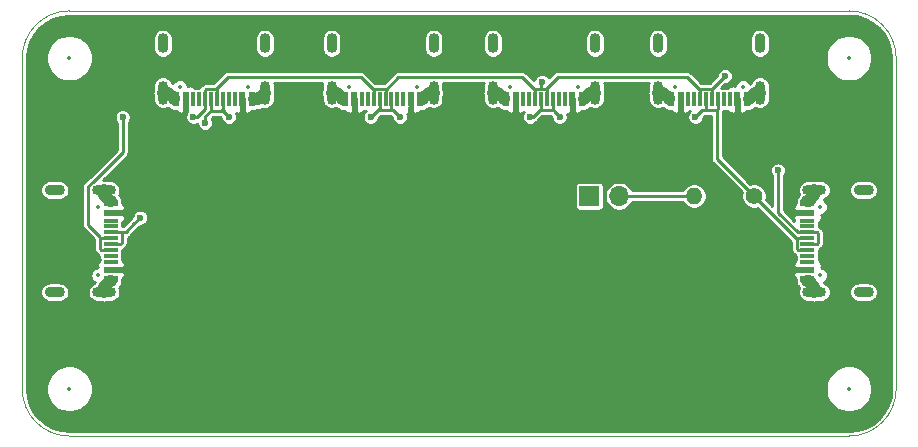
<source format=gtl>
%TF.GenerationSoftware,KiCad,Pcbnew,(5.1.12)-1*%
%TF.CreationDate,2022-03-20T11:52:17+09:00*%
%TF.ProjectId,NHK2022_usbc,4e484b32-3032-4325-9f75-7362632e6b69,rev?*%
%TF.SameCoordinates,PX29020c0PY4e33880*%
%TF.FileFunction,Copper,L1,Top*%
%TF.FilePolarity,Positive*%
%FSLAX46Y46*%
G04 Gerber Fmt 4.6, Leading zero omitted, Abs format (unit mm)*
G04 Created by KiCad (PCBNEW (5.1.12)-1) date 2022-03-20 11:52:17*
%MOMM*%
%LPD*%
G01*
G04 APERTURE LIST*
%TA.AperFunction,Profile*%
%ADD10C,0.050000*%
%TD*%
%TA.AperFunction,ComponentPad*%
%ADD11O,1.400000X1.400000*%
%TD*%
%TA.AperFunction,ComponentPad*%
%ADD12C,1.400000*%
%TD*%
%TA.AperFunction,ComponentPad*%
%ADD13O,1.700000X1.700000*%
%TD*%
%TA.AperFunction,ComponentPad*%
%ADD14R,1.700000X1.700000*%
%TD*%
%TA.AperFunction,SMDPad,CuDef*%
%ADD15R,0.600000X1.160000*%
%TD*%
%TA.AperFunction,SMDPad,CuDef*%
%ADD16R,0.300000X1.160000*%
%TD*%
%TA.AperFunction,ComponentPad*%
%ADD17O,0.900000X1.700000*%
%TD*%
%TA.AperFunction,ComponentPad*%
%ADD18O,0.900000X2.000000*%
%TD*%
%TA.AperFunction,SMDPad,CuDef*%
%ADD19R,1.160000X0.600000*%
%TD*%
%TA.AperFunction,SMDPad,CuDef*%
%ADD20R,1.160000X0.300000*%
%TD*%
%TA.AperFunction,ComponentPad*%
%ADD21O,1.700000X0.900000*%
%TD*%
%TA.AperFunction,ComponentPad*%
%ADD22O,2.000000X0.900000*%
%TD*%
%TA.AperFunction,ViaPad*%
%ADD23C,0.600000*%
%TD*%
%TA.AperFunction,Conductor*%
%ADD24C,1.000000*%
%TD*%
%TA.AperFunction,Conductor*%
%ADD25C,0.250000*%
%TD*%
%TA.AperFunction,Conductor*%
%ADD26C,0.254000*%
%TD*%
%TA.AperFunction,Conductor*%
%ADD27C,0.100000*%
%TD*%
%ADD28C,0.300000*%
%ADD29C,0.350000*%
%ADD30O,0.600000X1.400000*%
%ADD31O,0.600000X1.700000*%
%ADD32O,1.400000X0.600000*%
%ADD33O,1.700000X0.600000*%
G04 APERTURE END LIST*
D10*
X0Y32000000D02*
X0Y4000000D01*
X4000000Y0D02*
G75*
G02*
X0Y4000000I0J4000000D01*
G01*
X0Y32000000D02*
G75*
G02*
X4000000Y36000000I4000000J0D01*
G01*
X74000000Y32000000D02*
X74000000Y4000000D01*
X74000000Y4000000D02*
G75*
G02*
X70000000Y0I-4000000J0D01*
G01*
X70000000Y36000000D02*
G75*
G02*
X74000000Y32000000I0J-4000000D01*
G01*
X70000000Y36000000D02*
X4000000Y36000000D01*
X4000000Y0D02*
X70000000Y0D01*
D11*
%TO.P,R1,2*%
%TO.N,Net-(JP1-Pad2)*%
X56870000Y20310000D03*
D12*
%TO.P,R1,1*%
%TO.N,D-*%
X61950000Y20310000D03*
%TD*%
D13*
%TO.P,JP1,2*%
%TO.N,Net-(JP1-Pad2)*%
X50540000Y20310000D03*
D14*
%TO.P,JP1,1*%
%TO.N,D+*%
X48000000Y20310000D03*
%TD*%
D15*
%TO.P,J4,A12*%
%TO.N,GND*%
X40970000Y28500000D03*
%TO.P,J4,A9*%
%TO.N,VBUS*%
X41770000Y28500000D03*
%TO.P,J4,B1*%
%TO.N,GND*%
X40970000Y28500000D03*
%TO.P,J4,B4*%
%TO.N,VBUS*%
X41770000Y28500000D03*
%TO.P,J4,B12*%
%TO.N,GND*%
X47370000Y28500000D03*
%TO.P,J4,A1*%
X47370000Y28500000D03*
%TO.P,J4,B9*%
%TO.N,VBUS*%
X46570000Y28500000D03*
%TO.P,J4,A4*%
X46570000Y28500000D03*
D16*
%TO.P,J4,B5*%
%TO.N,Net-(J7-PadB5)*%
X42420000Y28500000D03*
%TO.P,J4,B6*%
%TO.N,D+*%
X43420000Y28500000D03*
%TO.P,J4,A8*%
%TO.N,Net-(J7-PadA8)*%
X42920000Y28500000D03*
%TO.P,J4,A5*%
%TO.N,Net-(J7-PadA5)*%
X45420000Y28500000D03*
%TO.P,J4,B8*%
%TO.N,Net-(J7-PadB8)*%
X45920000Y28500000D03*
%TO.P,J4,A7*%
%TO.N,D-*%
X43920000Y28500000D03*
%TO.P,J4,A6*%
%TO.N,D+*%
X44420000Y28500000D03*
%TO.P,J4,B7*%
%TO.N,D-*%
X44920000Y28500000D03*
D17*
%TO.P,J4,S1*%
%TO.N,GND*%
X39850000Y33250000D03*
X48490000Y33250000D03*
D18*
X39850000Y29080000D03*
X48490000Y29080000D03*
%TD*%
D15*
%TO.P,J5,A12*%
%TO.N,GND*%
X54940000Y28500000D03*
%TO.P,J5,A9*%
%TO.N,VBUS*%
X55740000Y28500000D03*
%TO.P,J5,B1*%
%TO.N,GND*%
X54940000Y28500000D03*
%TO.P,J5,B4*%
%TO.N,VBUS*%
X55740000Y28500000D03*
%TO.P,J5,B12*%
%TO.N,GND*%
X61340000Y28500000D03*
%TO.P,J5,A1*%
X61340000Y28500000D03*
%TO.P,J5,B9*%
%TO.N,VBUS*%
X60540000Y28500000D03*
%TO.P,J5,A4*%
X60540000Y28500000D03*
D16*
%TO.P,J5,B5*%
%TO.N,Net-(J6-PadB5)*%
X56390000Y28500000D03*
%TO.P,J5,B6*%
%TO.N,D+*%
X57390000Y28500000D03*
%TO.P,J5,A8*%
%TO.N,Net-(J6-PadA8)*%
X56890000Y28500000D03*
%TO.P,J5,A5*%
%TO.N,Net-(J6-PadA5)*%
X59390000Y28500000D03*
%TO.P,J5,B8*%
%TO.N,Net-(J6-PadB8)*%
X59890000Y28500000D03*
%TO.P,J5,A7*%
%TO.N,D-*%
X57890000Y28500000D03*
%TO.P,J5,A6*%
%TO.N,D+*%
X58390000Y28500000D03*
%TO.P,J5,B7*%
%TO.N,D-*%
X58890000Y28500000D03*
D17*
%TO.P,J5,S1*%
%TO.N,GND*%
X53820000Y33250000D03*
X62460000Y33250000D03*
D18*
X53820000Y29080000D03*
X62460000Y29080000D03*
%TD*%
D15*
%TO.P,J3,A12*%
%TO.N,GND*%
X27320000Y28500000D03*
%TO.P,J3,A9*%
%TO.N,VBUS*%
X28120000Y28500000D03*
%TO.P,J3,B1*%
%TO.N,GND*%
X27320000Y28500000D03*
%TO.P,J3,B4*%
%TO.N,VBUS*%
X28120000Y28500000D03*
%TO.P,J3,B12*%
%TO.N,GND*%
X33720000Y28500000D03*
%TO.P,J3,A1*%
X33720000Y28500000D03*
%TO.P,J3,B9*%
%TO.N,VBUS*%
X32920000Y28500000D03*
%TO.P,J3,A4*%
X32920000Y28500000D03*
D16*
%TO.P,J3,B5*%
%TO.N,Net-(J5-PadB5)*%
X28770000Y28500000D03*
%TO.P,J3,B6*%
%TO.N,D+*%
X29770000Y28500000D03*
%TO.P,J3,A8*%
%TO.N,Net-(J5-PadA8)*%
X29270000Y28500000D03*
%TO.P,J3,A5*%
%TO.N,Net-(J5-PadA5)*%
X31770000Y28500000D03*
%TO.P,J3,B8*%
%TO.N,Net-(J5-PadB8)*%
X32270000Y28500000D03*
%TO.P,J3,A7*%
%TO.N,D-*%
X30270000Y28500000D03*
%TO.P,J3,A6*%
%TO.N,D+*%
X30770000Y28500000D03*
%TO.P,J3,B7*%
%TO.N,D-*%
X31270000Y28500000D03*
D17*
%TO.P,J3,S1*%
%TO.N,GND*%
X26200000Y33250000D03*
X34840000Y33250000D03*
D18*
X26200000Y29080000D03*
X34840000Y29080000D03*
%TD*%
D15*
%TO.P,J2,A12*%
%TO.N,GND*%
X13030000Y28500000D03*
%TO.P,J2,A9*%
%TO.N,VBUS*%
X13830000Y28500000D03*
%TO.P,J2,B1*%
%TO.N,GND*%
X13030000Y28500000D03*
%TO.P,J2,B4*%
%TO.N,VBUS*%
X13830000Y28500000D03*
%TO.P,J2,B12*%
%TO.N,GND*%
X19430000Y28500000D03*
%TO.P,J2,A1*%
X19430000Y28500000D03*
%TO.P,J2,B9*%
%TO.N,VBUS*%
X18630000Y28500000D03*
%TO.P,J2,A4*%
X18630000Y28500000D03*
D16*
%TO.P,J2,B5*%
%TO.N,Net-(J3-PadB5)*%
X14480000Y28500000D03*
%TO.P,J2,B6*%
%TO.N,D+*%
X15480000Y28500000D03*
%TO.P,J2,A8*%
%TO.N,Net-(J3-PadA8)*%
X14980000Y28500000D03*
%TO.P,J2,A5*%
%TO.N,Net-(J3-PadA5)*%
X17480000Y28500000D03*
%TO.P,J2,B8*%
%TO.N,Net-(J3-PadB8)*%
X17980000Y28500000D03*
%TO.P,J2,A7*%
%TO.N,D-*%
X15980000Y28500000D03*
%TO.P,J2,A6*%
%TO.N,D+*%
X16480000Y28500000D03*
%TO.P,J2,B7*%
%TO.N,D-*%
X16980000Y28500000D03*
D17*
%TO.P,J2,S1*%
%TO.N,GND*%
X11910000Y33250000D03*
X20550000Y33250000D03*
D18*
X11910000Y29080000D03*
X20550000Y29080000D03*
%TD*%
D19*
%TO.P,J6,A12*%
%TO.N,GND*%
X66490000Y19700000D03*
%TO.P,J6,A9*%
%TO.N,VBUS*%
X66490000Y18900000D03*
%TO.P,J6,B1*%
%TO.N,GND*%
X66490000Y19700000D03*
%TO.P,J6,B4*%
%TO.N,VBUS*%
X66490000Y18900000D03*
%TO.P,J6,B12*%
%TO.N,GND*%
X66490000Y13300000D03*
%TO.P,J6,A1*%
X66490000Y13300000D03*
%TO.P,J6,B9*%
%TO.N,VBUS*%
X66490000Y14100000D03*
%TO.P,J6,A4*%
X66490000Y14100000D03*
D20*
%TO.P,J6,B5*%
%TO.N,Net-(J2-PadB5)*%
X66490000Y18250000D03*
%TO.P,J6,B6*%
%TO.N,D+*%
X66490000Y17250000D03*
%TO.P,J6,A8*%
%TO.N,Net-(J2-PadA8)*%
X66490000Y17750000D03*
%TO.P,J6,A5*%
%TO.N,Net-(J2-PadA5)*%
X66490000Y15250000D03*
%TO.P,J6,B8*%
%TO.N,Net-(J2-PadB8)*%
X66490000Y14750000D03*
%TO.P,J6,A7*%
%TO.N,D-*%
X66490000Y16750000D03*
%TO.P,J6,A6*%
%TO.N,D+*%
X66490000Y16250000D03*
%TO.P,J6,B7*%
%TO.N,D-*%
X66490000Y15750000D03*
D21*
%TO.P,J6,S1*%
%TO.N,GND*%
X71240000Y20820000D03*
X71240000Y12180000D03*
D22*
X67070000Y20820000D03*
X67070000Y12180000D03*
%TD*%
D19*
%TO.P,J1,A12*%
%TO.N,GND*%
X7510000Y13300000D03*
%TO.P,J1,A9*%
%TO.N,VBUS*%
X7510000Y14100000D03*
%TO.P,J1,B1*%
%TO.N,GND*%
X7510000Y13300000D03*
%TO.P,J1,B4*%
%TO.N,VBUS*%
X7510000Y14100000D03*
%TO.P,J1,B12*%
%TO.N,GND*%
X7510000Y19700000D03*
%TO.P,J1,A1*%
X7510000Y19700000D03*
%TO.P,J1,B9*%
%TO.N,VBUS*%
X7510000Y18900000D03*
%TO.P,J1,A4*%
X7510000Y18900000D03*
D20*
%TO.P,J1,B5*%
%TO.N,Net-(J1-PadB5)*%
X7510000Y14750000D03*
%TO.P,J1,B6*%
%TO.N,D+*%
X7510000Y15750000D03*
%TO.P,J1,A8*%
%TO.N,Net-(J1-PadA8)*%
X7510000Y15250000D03*
%TO.P,J1,A5*%
%TO.N,Net-(J1-PadA5)*%
X7510000Y17750000D03*
%TO.P,J1,B8*%
%TO.N,Net-(J1-PadB8)*%
X7510000Y18250000D03*
%TO.P,J1,A7*%
%TO.N,D-*%
X7510000Y16250000D03*
%TO.P,J1,A6*%
%TO.N,D+*%
X7510000Y16750000D03*
%TO.P,J1,B7*%
%TO.N,D-*%
X7510000Y17250000D03*
D21*
%TO.P,J1,S1*%
%TO.N,GND*%
X2760000Y12180000D03*
X2760000Y20820000D03*
D22*
X6930000Y12180000D03*
X6930000Y20820000D03*
%TD*%
D23*
%TO.N,D+*%
X59500000Y30500000D03*
X8500000Y27000000D03*
X14500000Y27000000D03*
X44000000Y30000000D03*
X64000000Y22500000D03*
%TO.N,D-*%
X15500000Y26500000D03*
X17500000Y27000000D03*
X29500000Y27000000D03*
X32000000Y27000000D03*
X43000000Y27000000D03*
X57000000Y27000000D03*
X45500000Y27000000D03*
X10000000Y18500000D03*
%TD*%
D24*
%TO.N,GND*%
X7420001Y19900001D02*
X7510000Y19900001D01*
X6930001Y20390001D02*
X7420001Y19900001D01*
X6930000Y20820000D02*
X6930001Y20390001D01*
X7420001Y13099999D02*
X7510000Y13099999D01*
X6930001Y12609999D02*
X7420001Y13099999D01*
X6930000Y12180000D02*
X6930001Y12609999D01*
X12829999Y28589999D02*
X12829999Y28500000D01*
X12339999Y29079999D02*
X12829999Y28589999D01*
X11910000Y29080000D02*
X12339999Y29079999D01*
X20000000Y28500000D02*
X19630001Y28500000D01*
X20550000Y29050000D02*
X20000000Y28500000D01*
X20550000Y29080000D02*
X20550000Y29050000D01*
X33920001Y28589999D02*
X33920001Y28500000D01*
X34410001Y29079999D02*
X33920001Y28589999D01*
X34840000Y29080000D02*
X34410001Y29079999D01*
X27119999Y28589999D02*
X27119999Y28500000D01*
X26629999Y29079999D02*
X27119999Y28589999D01*
X26200000Y29080000D02*
X26629999Y29079999D01*
X40279999Y29079999D02*
X40769999Y28589999D01*
X40769999Y28589999D02*
X40769999Y28500000D01*
X39850000Y29080000D02*
X40279999Y29079999D01*
X47570001Y28570001D02*
X47570001Y28500000D01*
X48080000Y29080000D02*
X47570001Y28570001D01*
X48490000Y29080000D02*
X48080000Y29080000D01*
X54739999Y28589999D02*
X54739999Y28500000D01*
X54249999Y29079999D02*
X54739999Y28589999D01*
X53820000Y29080000D02*
X54249999Y29079999D01*
X61540001Y28540001D02*
X61540001Y28500000D01*
X62080000Y29080000D02*
X61540001Y28540001D01*
X62460000Y29080000D02*
X62080000Y29080000D01*
X66579999Y19900001D02*
X66490000Y19900001D01*
X67070000Y20390002D02*
X66579999Y19900001D01*
X67070000Y20820000D02*
X67070000Y20390002D01*
X66579999Y13099999D02*
X66490000Y13099999D01*
X67069999Y12609999D02*
X66579999Y13099999D01*
X67070000Y12180000D02*
X67069999Y12609999D01*
D25*
%TO.N,D+*%
X6694998Y16750000D02*
X7510000Y16750000D01*
X6604999Y15839999D02*
X6604999Y16660001D01*
X6694998Y15750000D02*
X6604999Y15839999D01*
X6604999Y16660001D02*
X6694998Y16750000D01*
X7510000Y15750000D02*
X6694998Y15750000D01*
X15390001Y27594999D02*
X15480000Y27684998D01*
X5604990Y17895010D02*
X5604990Y21141019D01*
X6604999Y16895001D02*
X5604990Y17895010D01*
X6604999Y16660001D02*
X6604999Y16895001D01*
X16480000Y29315002D02*
X16480000Y28500000D01*
X16390001Y29405001D02*
X16480000Y29315002D01*
X15555001Y29405001D02*
X16390001Y29405001D01*
X15480000Y29330000D02*
X15555001Y29405001D01*
X15480000Y28500000D02*
X15480000Y29330000D01*
X28679992Y30405010D02*
X29770000Y29315002D01*
X16390001Y29405001D02*
X17390010Y30405010D01*
X30770000Y29315002D02*
X30770000Y28500000D01*
X30680001Y29405001D02*
X30770000Y29315002D01*
X29859999Y29405001D02*
X30680001Y29405001D01*
X29770000Y29315002D02*
X29859999Y29405001D01*
X29770000Y28500000D02*
X29770000Y29315002D01*
X42329992Y30405010D02*
X43420000Y29315002D01*
X31845010Y30405010D02*
X42329992Y30405010D01*
X30770000Y29330000D02*
X31845010Y30405010D01*
X30770000Y28500000D02*
X30770000Y29330000D01*
X44420000Y29315002D02*
X44420000Y28500000D01*
X44330001Y29405001D02*
X44420000Y29315002D01*
X43420000Y29315002D02*
X43509999Y29405001D01*
X43420000Y28500000D02*
X43420000Y29315002D01*
X57390000Y29315002D02*
X57390000Y28500000D01*
X56299992Y30405010D02*
X57390000Y29315002D01*
X45330010Y30405010D02*
X56299992Y30405010D01*
X44330001Y29405001D02*
X45330010Y30405010D01*
X58390000Y29315002D02*
X58390000Y28500000D01*
X58300001Y29405001D02*
X58390000Y29315002D01*
X57465001Y29405001D02*
X58300001Y29405001D01*
X57390000Y29330000D02*
X57465001Y29405001D01*
X57390000Y28500000D02*
X57390000Y29330000D01*
X58405001Y29405001D02*
X59500000Y30500000D01*
X58300001Y29405001D02*
X58405001Y29405001D01*
X67305002Y16250000D02*
X66490000Y16250000D01*
X67395001Y16339999D02*
X67305002Y16250000D01*
X66490000Y17250000D02*
X67305002Y17250000D01*
X17390010Y30405010D02*
X28679992Y30405010D01*
X6058981Y21595010D02*
X6095010Y21595010D01*
X15480000Y27684998D02*
X15480000Y28500000D01*
X14795002Y27000000D02*
X15480000Y27684998D01*
X14500000Y27000000D02*
X14795002Y27000000D01*
X43905001Y29905001D02*
X44000000Y30000000D01*
X43905001Y29405001D02*
X43905001Y29905001D01*
X43509999Y29405001D02*
X43905001Y29405001D01*
X43905001Y29405001D02*
X44330001Y29405001D01*
X67395001Y17160001D02*
X67395001Y16339999D01*
X67305002Y17250000D02*
X67395001Y17160001D01*
X64000000Y18910000D02*
X64000000Y22500000D01*
X65660000Y17250000D02*
X64000000Y18910000D01*
X66490000Y17250000D02*
X65660000Y17250000D01*
X8500000Y24036028D02*
X5981986Y21518014D01*
X5981986Y21518014D02*
X6058981Y21595010D01*
X8500000Y27000000D02*
X8500000Y24036028D01*
X5604990Y21141019D02*
X5981986Y21518014D01*
%TO.N,D-*%
X8325002Y17250000D02*
X7510000Y17250000D01*
X8415001Y17160001D02*
X8325002Y17250000D01*
X8415001Y16339999D02*
X8415001Y17160001D01*
X8325002Y16250000D02*
X8415001Y16339999D01*
X7510000Y16250000D02*
X8325002Y16250000D01*
X15980000Y27548588D02*
X15980000Y28500000D01*
X8325002Y17250000D02*
X8681412Y17250000D01*
X16843590Y27548588D02*
X17000000Y27704998D01*
X15980000Y27548588D02*
X16843590Y27548588D01*
X16980000Y28020000D02*
X16980000Y28500000D01*
X17000000Y28000000D02*
X16980000Y28020000D01*
X17000000Y27704998D02*
X17000000Y28000000D01*
X30270000Y27684998D02*
X30270000Y28500000D01*
X30180001Y27594999D02*
X30270000Y27684998D01*
X16980000Y27670000D02*
X17055001Y27594999D01*
X16980000Y28500000D02*
X16980000Y27670000D01*
X31180001Y27594999D02*
X31270000Y27684998D01*
X30359999Y27594999D02*
X31180001Y27594999D01*
X30270000Y27684998D02*
X30359999Y27594999D01*
X43830001Y27594999D02*
X43920000Y27684998D01*
X31270000Y27684998D02*
X31359999Y27594999D01*
X31270000Y28500000D02*
X31270000Y27684998D01*
X43920000Y27684998D02*
X43920000Y28500000D01*
X44009999Y27594999D02*
X43920000Y27684998D01*
X44920000Y27684998D02*
X44830001Y27594999D01*
X44830001Y27594999D02*
X44009999Y27594999D01*
X44920000Y28500000D02*
X44920000Y27684998D01*
X58890000Y27684998D02*
X58890000Y28500000D01*
X58800001Y27594999D02*
X58890000Y27684998D01*
X57979999Y27594999D02*
X58800001Y27594999D01*
X57890000Y27684998D02*
X57979999Y27594999D01*
X57890000Y28500000D02*
X57890000Y27684998D01*
X57800001Y27594999D02*
X57890000Y27684998D01*
X44920000Y27684998D02*
X45009999Y27594999D01*
X58800001Y23459999D02*
X61950000Y20310000D01*
X58800001Y27594999D02*
X58800001Y23459999D01*
X65674998Y15750000D02*
X66490000Y15750000D01*
X65584999Y15839999D02*
X65674998Y15750000D01*
X65660000Y16750000D02*
X65584999Y16674999D01*
X66490000Y16750000D02*
X65660000Y16750000D01*
X8750000Y17250000D02*
X9500000Y18000000D01*
X8681412Y17250000D02*
X8750000Y17250000D01*
X15500000Y27068588D02*
X15980000Y27548588D01*
X15500000Y26500000D02*
X15500000Y27068588D01*
X17000000Y27500000D02*
X17500000Y27000000D01*
X17000000Y27704998D02*
X17000000Y27500000D01*
X30184998Y27684998D02*
X30270000Y27684998D01*
X29500000Y27000000D02*
X30184998Y27684998D01*
X31405001Y27594999D02*
X32000000Y27000000D01*
X31359999Y27594999D02*
X31405001Y27594999D01*
X43235002Y27000000D02*
X43920000Y27684998D01*
X43000000Y27000000D02*
X43235002Y27000000D01*
X57594999Y27594999D02*
X57800001Y27594999D01*
X57000000Y27000000D02*
X57594999Y27594999D01*
X45009999Y27490001D02*
X45500000Y27000000D01*
X45009999Y27594999D02*
X45009999Y27490001D01*
X62649999Y19609999D02*
X65584999Y16674999D01*
X61950000Y20310000D02*
X62649999Y19609999D01*
X65584999Y16674999D02*
X65584999Y15839999D01*
X10000000Y18500000D02*
X9500000Y18000000D01*
%TO.N,Net-(JP1-Pad2)*%
X50540000Y20310000D02*
X56870000Y20310000D01*
%TD*%
D26*
%TO.N,VBUS*%
X70697696Y35523644D02*
X71368824Y35321018D01*
X71987810Y34991898D01*
X72531084Y34548816D01*
X72977946Y34008653D01*
X73311381Y33391978D01*
X73518686Y32722284D01*
X73593976Y32005947D01*
X73594000Y31999166D01*
X73594001Y4019864D01*
X73523644Y3302304D01*
X73321017Y2631172D01*
X72991896Y2012186D01*
X72548815Y1468916D01*
X72008652Y1022054D01*
X71391977Y688619D01*
X70722284Y481314D01*
X70005947Y406024D01*
X69999166Y406000D01*
X4019854Y406000D01*
X3302304Y476356D01*
X2631172Y678983D01*
X2012186Y1008104D01*
X1468916Y1451185D01*
X1022054Y1991348D01*
X688619Y2608023D01*
X481314Y3277716D01*
X406024Y3994053D01*
X406000Y4000834D01*
X406000Y4195111D01*
X2019000Y4195111D01*
X2019000Y3804889D01*
X2095129Y3422164D01*
X2244461Y3061645D01*
X2461257Y2737186D01*
X2737186Y2461257D01*
X3061645Y2244461D01*
X3422164Y2095129D01*
X3804889Y2019000D01*
X4195111Y2019000D01*
X4577836Y2095129D01*
X4938355Y2244461D01*
X5262814Y2461257D01*
X5538743Y2737186D01*
X5755539Y3061645D01*
X5904871Y3422164D01*
X5981000Y3804889D01*
X5981000Y4195111D01*
X68019000Y4195111D01*
X68019000Y3804889D01*
X68095129Y3422164D01*
X68244461Y3061645D01*
X68461257Y2737186D01*
X68737186Y2461257D01*
X69061645Y2244461D01*
X69422164Y2095129D01*
X69804889Y2019000D01*
X70195111Y2019000D01*
X70577836Y2095129D01*
X70938355Y2244461D01*
X71262814Y2461257D01*
X71538743Y2737186D01*
X71755539Y3061645D01*
X71904871Y3422164D01*
X71981000Y3804889D01*
X71981000Y4195111D01*
X71904871Y4577836D01*
X71755539Y4938355D01*
X71538743Y5262814D01*
X71262814Y5538743D01*
X70938355Y5755539D01*
X70577836Y5904871D01*
X70195111Y5981000D01*
X69804889Y5981000D01*
X69422164Y5904871D01*
X69061645Y5755539D01*
X68737186Y5538743D01*
X68461257Y5262814D01*
X68244461Y4938355D01*
X68095129Y4577836D01*
X68019000Y4195111D01*
X5981000Y4195111D01*
X5904871Y4577836D01*
X5755539Y4938355D01*
X5538743Y5262814D01*
X5262814Y5538743D01*
X4938355Y5755539D01*
X4577836Y5904871D01*
X4195111Y5981000D01*
X3804889Y5981000D01*
X3422164Y5904871D01*
X3061645Y5755539D01*
X2737186Y5538743D01*
X2461257Y5262814D01*
X2244461Y4938355D01*
X2095129Y4577836D01*
X2019000Y4195111D01*
X406000Y4195111D01*
X406000Y12180000D01*
X1524980Y12180000D01*
X1541025Y12017096D01*
X1588542Y11860452D01*
X1665706Y11716088D01*
X1769552Y11589552D01*
X1896088Y11485706D01*
X2040452Y11408542D01*
X2197096Y11361025D01*
X2319185Y11349000D01*
X3200815Y11349000D01*
X3322904Y11361025D01*
X3479548Y11408542D01*
X3623912Y11485706D01*
X3750448Y11589552D01*
X3854294Y11716088D01*
X3931458Y11860452D01*
X3978975Y12017096D01*
X3995020Y12180000D01*
X3978975Y12342904D01*
X3931458Y12499548D01*
X3854294Y12643912D01*
X3750448Y12770448D01*
X3623912Y12874294D01*
X3479548Y12951458D01*
X3322904Y12998975D01*
X3200815Y13011000D01*
X2319185Y13011000D01*
X2197096Y12998975D01*
X2040452Y12951458D01*
X1896088Y12874294D01*
X1769552Y12770448D01*
X1665706Y12643912D01*
X1588542Y12499548D01*
X1541025Y12342904D01*
X1524980Y12180000D01*
X406000Y12180000D01*
X406000Y20820000D01*
X1524980Y20820000D01*
X1541025Y20657096D01*
X1588542Y20500452D01*
X1665706Y20356088D01*
X1769552Y20229552D01*
X1896088Y20125706D01*
X2040452Y20048542D01*
X2197096Y20001025D01*
X2319185Y19989000D01*
X3200815Y19989000D01*
X3322904Y20001025D01*
X3479548Y20048542D01*
X3623912Y20125706D01*
X3750448Y20229552D01*
X3854294Y20356088D01*
X3931458Y20500452D01*
X3978975Y20657096D01*
X3995020Y20820000D01*
X3978975Y20982904D01*
X3931458Y21139548D01*
X3930672Y21141019D01*
X5096543Y21141019D01*
X5098991Y21116163D01*
X5098990Y17919856D01*
X5096543Y17895010D01*
X5098990Y17870164D01*
X5098990Y17870157D01*
X5106312Y17795818D01*
X5135245Y17700436D01*
X5182231Y17612531D01*
X5245463Y17535483D01*
X5264775Y17519634D01*
X6098999Y16685409D01*
X6098999Y16684847D01*
X6096552Y16660001D01*
X6098999Y16635155D01*
X6098999Y16635148D01*
X6099000Y16635138D01*
X6098999Y15864846D01*
X6096552Y15839999D01*
X6098999Y15815153D01*
X6098999Y15815146D01*
X6106321Y15740807D01*
X6135254Y15645425D01*
X6182240Y15557520D01*
X6245472Y15480472D01*
X6264784Y15464623D01*
X6319622Y15409785D01*
X6335471Y15390473D01*
X6412519Y15327241D01*
X6500423Y15280255D01*
X6547157Y15266079D01*
X6547157Y15100000D01*
X6554513Y15025311D01*
X6562191Y15000000D01*
X6554513Y14974689D01*
X6547936Y14907911D01*
X6478815Y14851185D01*
X6399463Y14754494D01*
X6340498Y14644180D01*
X6304188Y14524482D01*
X6291928Y14400000D01*
X6295000Y14385750D01*
X6389750Y14291000D01*
X6382927Y14291000D01*
X6251360Y14264829D01*
X6127426Y14213494D01*
X6015888Y14138967D01*
X5921033Y14044112D01*
X5846506Y13932574D01*
X5795171Y13808640D01*
X5769000Y13677073D01*
X5769000Y13542927D01*
X5795171Y13411360D01*
X5846506Y13287426D01*
X5921033Y13175888D01*
X6015888Y13081033D01*
X6127426Y13006506D01*
X6140164Y13001230D01*
X6123839Y12970686D01*
X6060452Y12951458D01*
X5916088Y12874294D01*
X5789552Y12770448D01*
X5685706Y12643912D01*
X5608542Y12499548D01*
X5561025Y12342904D01*
X5544980Y12180000D01*
X5561025Y12017096D01*
X5608542Y11860452D01*
X5685706Y11716088D01*
X5789552Y11589552D01*
X5916088Y11485706D01*
X6060452Y11408542D01*
X6217096Y11361025D01*
X6339185Y11349000D01*
X6634494Y11349000D01*
X6757292Y11311749D01*
X6929998Y11294739D01*
X7102703Y11311748D01*
X7225506Y11349000D01*
X7520815Y11349000D01*
X7642904Y11361025D01*
X7799548Y11408542D01*
X7943912Y11485706D01*
X8070448Y11589552D01*
X8174294Y11716088D01*
X8251458Y11860452D01*
X8298975Y12017096D01*
X8315020Y12180000D01*
X8298975Y12342904D01*
X8251458Y12499548D01*
X8214171Y12569307D01*
X8246068Y12608174D01*
X8278421Y12668703D01*
X8302696Y12681678D01*
X8360711Y12729289D01*
X8408322Y12787304D01*
X8443701Y12853492D01*
X8465487Y12925311D01*
X8472843Y13000000D01*
X8472843Y13292728D01*
X8541185Y13348815D01*
X8620537Y13445506D01*
X8679502Y13555820D01*
X8715812Y13675518D01*
X8728072Y13800000D01*
X8725000Y13814250D01*
X8566250Y13973000D01*
X8172888Y13973000D01*
X8164689Y13975487D01*
X8090000Y13982843D01*
X7444550Y13982843D01*
X7420001Y13985261D01*
X7395452Y13982843D01*
X7363000Y13982843D01*
X7363000Y14217157D01*
X8090000Y14217157D01*
X8164689Y14224513D01*
X8172888Y14227000D01*
X8566250Y14227000D01*
X8725000Y14385750D01*
X8728072Y14400000D01*
X8715812Y14524482D01*
X8679502Y14644180D01*
X8620537Y14754494D01*
X8541185Y14851185D01*
X8472064Y14907911D01*
X8465487Y14974689D01*
X8457809Y15000000D01*
X8465487Y15025311D01*
X8472843Y15100000D01*
X8472843Y15400000D01*
X8465487Y15474689D01*
X8457809Y15500000D01*
X8465487Y15525311D01*
X8472843Y15600000D01*
X8472843Y15766079D01*
X8519577Y15780255D01*
X8607481Y15827241D01*
X8684529Y15890473D01*
X8700378Y15909785D01*
X8755216Y15964623D01*
X8774528Y15980472D01*
X8837760Y16057520D01*
X8884746Y16145424D01*
X8913679Y16240806D01*
X8921001Y16315145D01*
X8921001Y16315146D01*
X8923449Y16339999D01*
X8921001Y16364853D01*
X8921001Y16773104D01*
X8944575Y16780255D01*
X9032479Y16827241D01*
X9109527Y16890473D01*
X9125376Y16909785D01*
X9875370Y17659778D01*
X9875374Y17659783D01*
X10034591Y17819000D01*
X10067073Y17819000D01*
X10198640Y17845171D01*
X10322574Y17896506D01*
X10434112Y17971033D01*
X10528967Y18065888D01*
X10603494Y18177426D01*
X10654829Y18301360D01*
X10681000Y18432927D01*
X10681000Y18567073D01*
X10654829Y18698640D01*
X10603494Y18822574D01*
X10528967Y18934112D01*
X10434112Y19028967D01*
X10322574Y19103494D01*
X10198640Y19154829D01*
X10067073Y19181000D01*
X9932927Y19181000D01*
X9801360Y19154829D01*
X9677426Y19103494D01*
X9565888Y19028967D01*
X9471033Y18934112D01*
X9396506Y18822574D01*
X9345171Y18698640D01*
X9319000Y18567073D01*
X9319000Y18534591D01*
X9159783Y18375374D01*
X9159778Y18375370D01*
X8540409Y17756000D01*
X8472843Y17756000D01*
X8472843Y17900000D01*
X8465487Y17974689D01*
X8457809Y18000000D01*
X8465487Y18025311D01*
X8472064Y18092089D01*
X8541185Y18148815D01*
X8620537Y18245506D01*
X8679502Y18355820D01*
X8715812Y18475518D01*
X8728072Y18600000D01*
X8725000Y18614250D01*
X8566250Y18773000D01*
X8172888Y18773000D01*
X8164689Y18775487D01*
X8090000Y18782843D01*
X7363000Y18782843D01*
X7363000Y19017157D01*
X7395452Y19017157D01*
X7420001Y19014739D01*
X7444550Y19017157D01*
X8090000Y19017157D01*
X8164689Y19024513D01*
X8172888Y19027000D01*
X8566250Y19027000D01*
X8725000Y19185750D01*
X8728072Y19200000D01*
X8715812Y19324482D01*
X8679502Y19444180D01*
X8620537Y19554494D01*
X8541185Y19651185D01*
X8472843Y19707272D01*
X8472843Y20000000D01*
X8465487Y20074689D01*
X8443701Y20146508D01*
X8408322Y20212696D01*
X8360711Y20270711D01*
X8302696Y20318322D01*
X8278421Y20331297D01*
X8246068Y20391826D01*
X8214171Y20430693D01*
X8251458Y20500452D01*
X8298975Y20657096D01*
X8315020Y20820000D01*
X8298975Y20982904D01*
X8251458Y21139548D01*
X8240527Y21160000D01*
X46767157Y21160000D01*
X46767157Y19460000D01*
X46774513Y19385311D01*
X46796299Y19313492D01*
X46831678Y19247304D01*
X46879289Y19189289D01*
X46937304Y19141678D01*
X47003492Y19106299D01*
X47075311Y19084513D01*
X47150000Y19077157D01*
X48850000Y19077157D01*
X48924689Y19084513D01*
X48996508Y19106299D01*
X49062696Y19141678D01*
X49120711Y19189289D01*
X49168322Y19247304D01*
X49203701Y19313492D01*
X49225487Y19385311D01*
X49232843Y19460000D01*
X49232843Y20431243D01*
X49309000Y20431243D01*
X49309000Y20188757D01*
X49356307Y19950931D01*
X49449102Y19726903D01*
X49583820Y19525283D01*
X49755283Y19353820D01*
X49956903Y19219102D01*
X50180931Y19126307D01*
X50418757Y19079000D01*
X50661243Y19079000D01*
X50899069Y19126307D01*
X51123097Y19219102D01*
X51324717Y19353820D01*
X51496180Y19525283D01*
X51630898Y19726903D01*
X51662832Y19804000D01*
X55909527Y19804000D01*
X55912031Y19797955D01*
X56030333Y19620903D01*
X56180903Y19470333D01*
X56357955Y19352031D01*
X56554684Y19270543D01*
X56763531Y19229000D01*
X56976469Y19229000D01*
X57185316Y19270543D01*
X57382045Y19352031D01*
X57559097Y19470333D01*
X57709667Y19620903D01*
X57827969Y19797955D01*
X57909457Y19994684D01*
X57951000Y20203531D01*
X57951000Y20416469D01*
X57909457Y20625316D01*
X57827969Y20822045D01*
X57709667Y20999097D01*
X57559097Y21149667D01*
X57382045Y21267969D01*
X57185316Y21349457D01*
X56976469Y21391000D01*
X56763531Y21391000D01*
X56554684Y21349457D01*
X56357955Y21267969D01*
X56180903Y21149667D01*
X56030333Y20999097D01*
X55912031Y20822045D01*
X55909527Y20816000D01*
X51662832Y20816000D01*
X51630898Y20893097D01*
X51496180Y21094717D01*
X51324717Y21266180D01*
X51123097Y21400898D01*
X50899069Y21493693D01*
X50661243Y21541000D01*
X50418757Y21541000D01*
X50180931Y21493693D01*
X49956903Y21400898D01*
X49755283Y21266180D01*
X49583820Y21094717D01*
X49449102Y20893097D01*
X49356307Y20669069D01*
X49309000Y20431243D01*
X49232843Y20431243D01*
X49232843Y21160000D01*
X49225487Y21234689D01*
X49203701Y21306508D01*
X49168322Y21372696D01*
X49120711Y21430711D01*
X49062696Y21478322D01*
X48996508Y21513701D01*
X48924689Y21535487D01*
X48850000Y21542843D01*
X47150000Y21542843D01*
X47075311Y21535487D01*
X47003492Y21513701D01*
X46937304Y21478322D01*
X46879289Y21430711D01*
X46831678Y21372696D01*
X46796299Y21306508D01*
X46774513Y21234689D01*
X46767157Y21160000D01*
X8240527Y21160000D01*
X8174294Y21283912D01*
X8070448Y21410448D01*
X7943912Y21514294D01*
X7799548Y21591458D01*
X7642904Y21638975D01*
X7520815Y21651000D01*
X7225506Y21651000D01*
X7102703Y21688252D01*
X6929998Y21705261D01*
X6879889Y21700326D01*
X8840220Y23660656D01*
X8859527Y23676501D01*
X8922759Y23753549D01*
X8969745Y23841453D01*
X8998678Y23936835D01*
X9006000Y24011174D01*
X9008448Y24036028D01*
X9006000Y24060882D01*
X9006000Y26542921D01*
X9028967Y26565888D01*
X9103494Y26677426D01*
X9154829Y26801360D01*
X9181000Y26932927D01*
X9181000Y27067073D01*
X9154829Y27198640D01*
X9103494Y27322574D01*
X9028967Y27434112D01*
X8934112Y27528967D01*
X8822574Y27603494D01*
X8698640Y27654829D01*
X8567073Y27681000D01*
X8432927Y27681000D01*
X8301360Y27654829D01*
X8177426Y27603494D01*
X8065888Y27528967D01*
X7971033Y27434112D01*
X7896506Y27322574D01*
X7845171Y27198640D01*
X7819000Y27067073D01*
X7819000Y26932927D01*
X7845171Y26801360D01*
X7896506Y26677426D01*
X7971033Y26565888D01*
X7994000Y26542921D01*
X7994001Y24245621D01*
X5718772Y21970391D01*
X5699454Y21954537D01*
X5683607Y21935227D01*
X5264766Y21516386D01*
X5245464Y21500546D01*
X5229624Y21481245D01*
X5229620Y21481241D01*
X5182232Y21423498D01*
X5135246Y21335594D01*
X5106312Y21240212D01*
X5096543Y21141019D01*
X3930672Y21141019D01*
X3854294Y21283912D01*
X3750448Y21410448D01*
X3623912Y21514294D01*
X3479548Y21591458D01*
X3322904Y21638975D01*
X3200815Y21651000D01*
X2319185Y21651000D01*
X2197096Y21638975D01*
X2040452Y21591458D01*
X1896088Y21514294D01*
X1769552Y21410448D01*
X1665706Y21283912D01*
X1588542Y21139548D01*
X1541025Y20982904D01*
X1524980Y20820000D01*
X406000Y20820000D01*
X406000Y29080002D01*
X11024739Y29080002D01*
X11041748Y28907297D01*
X11079000Y28784493D01*
X11079000Y28489186D01*
X11091025Y28367097D01*
X11138542Y28210453D01*
X11215706Y28066089D01*
X11319552Y27939552D01*
X11446088Y27835706D01*
X11590452Y27758542D01*
X11747096Y27711025D01*
X11910000Y27694980D01*
X12072903Y27711025D01*
X12229547Y27758542D01*
X12299307Y27795829D01*
X12338175Y27763932D01*
X12398702Y27731580D01*
X12411678Y27707304D01*
X12459289Y27649289D01*
X12517304Y27601678D01*
X12583492Y27566299D01*
X12655311Y27544513D01*
X12730000Y27537157D01*
X13022728Y27537157D01*
X13078815Y27468815D01*
X13175506Y27389463D01*
X13285820Y27330498D01*
X13405518Y27294188D01*
X13530000Y27281928D01*
X13544250Y27285000D01*
X13703000Y27443750D01*
X13703000Y27837112D01*
X13705487Y27845311D01*
X13712843Y27920000D01*
X13712843Y28565450D01*
X13715261Y28589999D01*
X13712843Y28614548D01*
X13712843Y28647000D01*
X13947157Y28647000D01*
X13947157Y27920000D01*
X13954513Y27845311D01*
X13957000Y27837112D01*
X13957000Y27443750D01*
X13969273Y27431477D01*
X13896506Y27322574D01*
X13845171Y27198640D01*
X13819000Y27067073D01*
X13819000Y26932927D01*
X13845171Y26801360D01*
X13896506Y26677426D01*
X13971033Y26565888D01*
X14065888Y26471033D01*
X14177426Y26396506D01*
X14301360Y26345171D01*
X14432927Y26319000D01*
X14567073Y26319000D01*
X14698640Y26345171D01*
X14822574Y26396506D01*
X14825814Y26398671D01*
X14845171Y26301360D01*
X14896506Y26177426D01*
X14971033Y26065888D01*
X15065888Y25971033D01*
X15177426Y25896506D01*
X15301360Y25845171D01*
X15432927Y25819000D01*
X15567073Y25819000D01*
X15698640Y25845171D01*
X15822574Y25896506D01*
X15934112Y25971033D01*
X16028967Y26065888D01*
X16103494Y26177426D01*
X16154829Y26301360D01*
X16181000Y26432927D01*
X16181000Y26567073D01*
X16154829Y26698640D01*
X16103494Y26822574D01*
X16049855Y26902851D01*
X16189592Y27042588D01*
X16741821Y27042588D01*
X16819000Y26965409D01*
X16819000Y26932927D01*
X16845171Y26801360D01*
X16896506Y26677426D01*
X16971033Y26565888D01*
X17065888Y26471033D01*
X17177426Y26396506D01*
X17301360Y26345171D01*
X17432927Y26319000D01*
X17567073Y26319000D01*
X17698640Y26345171D01*
X17822574Y26396506D01*
X17934112Y26471033D01*
X18028967Y26565888D01*
X18103494Y26677426D01*
X18154829Y26801360D01*
X18181000Y26932927D01*
X18181000Y27067073D01*
X18154829Y27198640D01*
X18103494Y27322574D01*
X18101346Y27325788D01*
X18205518Y27294188D01*
X18330000Y27281928D01*
X18344250Y27285000D01*
X18503000Y27443750D01*
X18503000Y27837112D01*
X18505487Y27845311D01*
X18512843Y27920000D01*
X18512843Y28647000D01*
X18747157Y28647000D01*
X18747157Y28524550D01*
X18744739Y28500000D01*
X18747157Y28475450D01*
X18747157Y27920000D01*
X18754513Y27845311D01*
X18757000Y27837112D01*
X18757000Y27443750D01*
X18915750Y27285000D01*
X18930000Y27281928D01*
X19054482Y27294188D01*
X19174180Y27330498D01*
X19284494Y27389463D01*
X19381185Y27468815D01*
X19437272Y27537157D01*
X19730000Y27537157D01*
X19804689Y27544513D01*
X19876508Y27566299D01*
X19942696Y27601678D01*
X19963045Y27618378D01*
X20000000Y27614738D01*
X20043270Y27619000D01*
X20043273Y27619000D01*
X20172706Y27631748D01*
X20338775Y27682125D01*
X20391949Y27710547D01*
X20550000Y27694980D01*
X20712903Y27711025D01*
X20869547Y27758542D01*
X21013911Y27835706D01*
X21140448Y27939552D01*
X21244294Y28066088D01*
X21321458Y28210452D01*
X21368975Y28367096D01*
X21381000Y28489185D01*
X21381000Y28754493D01*
X21418252Y28877295D01*
X21431000Y29006728D01*
X21431000Y29006729D01*
X21435262Y29049999D01*
X21431000Y29093269D01*
X21431000Y29123273D01*
X21418252Y29252706D01*
X21381000Y29375508D01*
X21381000Y29670815D01*
X21368975Y29792904D01*
X21336788Y29899010D01*
X25413213Y29899010D01*
X25381026Y29792904D01*
X25369001Y29670815D01*
X25369001Y29375509D01*
X25331749Y29252708D01*
X25314739Y29080002D01*
X25331748Y28907297D01*
X25369000Y28784493D01*
X25369000Y28489186D01*
X25381025Y28367097D01*
X25428542Y28210453D01*
X25505706Y28066089D01*
X25609552Y27939552D01*
X25736088Y27835706D01*
X25880452Y27758542D01*
X26037096Y27711025D01*
X26200000Y27694980D01*
X26362903Y27711025D01*
X26519547Y27758542D01*
X26589307Y27795829D01*
X26628175Y27763932D01*
X26688702Y27731580D01*
X26701678Y27707304D01*
X26749289Y27649289D01*
X26807304Y27601678D01*
X26873492Y27566299D01*
X26945311Y27544513D01*
X27020000Y27537157D01*
X27312728Y27537157D01*
X27368815Y27468815D01*
X27465506Y27389463D01*
X27575820Y27330498D01*
X27695518Y27294188D01*
X27820000Y27281928D01*
X27834250Y27285000D01*
X27993000Y27443750D01*
X27993000Y27837112D01*
X27995487Y27845311D01*
X28002843Y27920000D01*
X28002843Y28565450D01*
X28005261Y28589999D01*
X28002843Y28614548D01*
X28002843Y28647000D01*
X28237157Y28647000D01*
X28237157Y27920000D01*
X28244513Y27845311D01*
X28247000Y27837112D01*
X28247000Y27443750D01*
X28405750Y27285000D01*
X28420000Y27281928D01*
X28544482Y27294188D01*
X28664180Y27330498D01*
X28774494Y27389463D01*
X28871185Y27468815D01*
X28927911Y27537936D01*
X28994689Y27544513D01*
X29020000Y27552191D01*
X29045311Y27544513D01*
X29083522Y27540750D01*
X29065888Y27528967D01*
X28971033Y27434112D01*
X28896506Y27322574D01*
X28845171Y27198640D01*
X28819000Y27067073D01*
X28819000Y26932927D01*
X28845171Y26801360D01*
X28896506Y26677426D01*
X28971033Y26565888D01*
X29065888Y26471033D01*
X29177426Y26396506D01*
X29301360Y26345171D01*
X29432927Y26319000D01*
X29567073Y26319000D01*
X29698640Y26345171D01*
X29822574Y26396506D01*
X29934112Y26471033D01*
X30028967Y26565888D01*
X30103494Y26677426D01*
X30154829Y26801360D01*
X30181000Y26932927D01*
X30181000Y26965409D01*
X30307330Y27091739D01*
X30335145Y27088999D01*
X30359999Y27086551D01*
X30384853Y27088999D01*
X31155155Y27088999D01*
X31180001Y27086552D01*
X31196256Y27088153D01*
X31319000Y26965409D01*
X31319000Y26932927D01*
X31345171Y26801360D01*
X31396506Y26677426D01*
X31471033Y26565888D01*
X31565888Y26471033D01*
X31677426Y26396506D01*
X31801360Y26345171D01*
X31932927Y26319000D01*
X32067073Y26319000D01*
X32198640Y26345171D01*
X32322574Y26396506D01*
X32434112Y26471033D01*
X32528967Y26565888D01*
X32603494Y26677426D01*
X32654829Y26801360D01*
X32681000Y26932927D01*
X32681000Y27067073D01*
X32654829Y27198640D01*
X32620303Y27281993D01*
X32634250Y27285000D01*
X32793000Y27443750D01*
X32793000Y27837112D01*
X32795487Y27845311D01*
X32802843Y27920000D01*
X32802843Y28647000D01*
X33037157Y28647000D01*
X33037157Y28614548D01*
X33034739Y28589999D01*
X33037157Y28565450D01*
X33037157Y27920000D01*
X33044513Y27845311D01*
X33047000Y27837112D01*
X33047000Y27443750D01*
X33205750Y27285000D01*
X33220000Y27281928D01*
X33344482Y27294188D01*
X33464180Y27330498D01*
X33574494Y27389463D01*
X33671185Y27468815D01*
X33727272Y27537157D01*
X34020000Y27537157D01*
X34094689Y27544513D01*
X34166508Y27566299D01*
X34232696Y27601678D01*
X34290711Y27649289D01*
X34338322Y27707304D01*
X34351297Y27731579D01*
X34411826Y27763932D01*
X34450693Y27795829D01*
X34520452Y27758542D01*
X34677096Y27711025D01*
X34840000Y27694980D01*
X35002903Y27711025D01*
X35159547Y27758542D01*
X35303911Y27835706D01*
X35430448Y27939552D01*
X35534294Y28066088D01*
X35611458Y28210452D01*
X35658975Y28367096D01*
X35671000Y28489185D01*
X35671000Y28784494D01*
X35708252Y28907297D01*
X35725261Y29080002D01*
X35708251Y29252708D01*
X35671000Y29375506D01*
X35671000Y29670815D01*
X35658975Y29792904D01*
X35626788Y29899010D01*
X39063213Y29899010D01*
X39031026Y29792904D01*
X39019001Y29670815D01*
X39019001Y29375509D01*
X38981749Y29252708D01*
X38964739Y29080002D01*
X38981748Y28907297D01*
X39019000Y28784493D01*
X39019000Y28489186D01*
X39031025Y28367097D01*
X39078542Y28210453D01*
X39155706Y28066089D01*
X39259552Y27939552D01*
X39386088Y27835706D01*
X39530452Y27758542D01*
X39687096Y27711025D01*
X39850000Y27694980D01*
X40012903Y27711025D01*
X40169547Y27758542D01*
X40239307Y27795829D01*
X40278175Y27763932D01*
X40338702Y27731580D01*
X40351678Y27707304D01*
X40399289Y27649289D01*
X40457304Y27601678D01*
X40523492Y27566299D01*
X40595311Y27544513D01*
X40670000Y27537157D01*
X40962728Y27537157D01*
X41018815Y27468815D01*
X41115506Y27389463D01*
X41225820Y27330498D01*
X41345518Y27294188D01*
X41470000Y27281928D01*
X41484250Y27285000D01*
X41643000Y27443750D01*
X41643000Y27837112D01*
X41645487Y27845311D01*
X41652843Y27920000D01*
X41652843Y28565450D01*
X41655261Y28589999D01*
X41652843Y28614548D01*
X41652843Y28647000D01*
X41887157Y28647000D01*
X41887157Y27920000D01*
X41894513Y27845311D01*
X41897000Y27837112D01*
X41897000Y27443750D01*
X42055750Y27285000D01*
X42070000Y27281928D01*
X42194482Y27294188D01*
X42314180Y27330498D01*
X42424494Y27389463D01*
X42461482Y27419819D01*
X42396506Y27322574D01*
X42345171Y27198640D01*
X42319000Y27067073D01*
X42319000Y26932927D01*
X42345171Y26801360D01*
X42396506Y26677426D01*
X42471033Y26565888D01*
X42565888Y26471033D01*
X42677426Y26396506D01*
X42801360Y26345171D01*
X42932927Y26319000D01*
X43067073Y26319000D01*
X43198640Y26345171D01*
X43322574Y26396506D01*
X43434112Y26471033D01*
X43528967Y26565888D01*
X43559709Y26611897D01*
X43594529Y26640473D01*
X43610378Y26659785D01*
X44039593Y27088999D01*
X44695410Y27088999D01*
X44819000Y26965409D01*
X44819000Y26932927D01*
X44845171Y26801360D01*
X44896506Y26677426D01*
X44971033Y26565888D01*
X45065888Y26471033D01*
X45177426Y26396506D01*
X45301360Y26345171D01*
X45432927Y26319000D01*
X45567073Y26319000D01*
X45698640Y26345171D01*
X45822574Y26396506D01*
X45934112Y26471033D01*
X46028967Y26565888D01*
X46103494Y26677426D01*
X46154829Y26801360D01*
X46181000Y26932927D01*
X46181000Y27067073D01*
X46154829Y27198640D01*
X46110902Y27304689D01*
X46145518Y27294188D01*
X46270000Y27281928D01*
X46284250Y27285000D01*
X46443000Y27443750D01*
X46443000Y27837112D01*
X46445487Y27845311D01*
X46452843Y27920000D01*
X46452843Y28647000D01*
X46687157Y28647000D01*
X46687157Y28594550D01*
X46684739Y28570001D01*
X46687157Y28545452D01*
X46687157Y27920000D01*
X46694513Y27845311D01*
X46697000Y27837112D01*
X46697000Y27443750D01*
X46855750Y27285000D01*
X46870000Y27281928D01*
X46994482Y27294188D01*
X47114180Y27330498D01*
X47224494Y27389463D01*
X47321185Y27468815D01*
X47377272Y27537157D01*
X47670000Y27537157D01*
X47744689Y27544513D01*
X47816508Y27566299D01*
X47882696Y27601678D01*
X47940711Y27649289D01*
X47988322Y27707304D01*
X48001297Y27731579D01*
X48061826Y27763932D01*
X48100693Y27795829D01*
X48170452Y27758542D01*
X48327096Y27711025D01*
X48490000Y27694980D01*
X48652903Y27711025D01*
X48809547Y27758542D01*
X48953911Y27835706D01*
X49080448Y27939552D01*
X49184294Y28066088D01*
X49261458Y28210452D01*
X49308975Y28367096D01*
X49321000Y28489185D01*
X49321000Y28784492D01*
X49358252Y28907294D01*
X49375262Y29080000D01*
X49358252Y29252706D01*
X49321000Y29375508D01*
X49321000Y29670815D01*
X49308975Y29792904D01*
X49276788Y29899010D01*
X53033213Y29899010D01*
X53001026Y29792904D01*
X52989001Y29670815D01*
X52989001Y29375509D01*
X52951749Y29252708D01*
X52934739Y29080002D01*
X52951748Y28907297D01*
X52989000Y28784493D01*
X52989000Y28489186D01*
X53001025Y28367097D01*
X53048542Y28210453D01*
X53125706Y28066089D01*
X53229552Y27939552D01*
X53356088Y27835706D01*
X53500452Y27758542D01*
X53657096Y27711025D01*
X53820000Y27694980D01*
X53982903Y27711025D01*
X54139547Y27758542D01*
X54209307Y27795829D01*
X54248175Y27763932D01*
X54308702Y27731580D01*
X54321678Y27707304D01*
X54369289Y27649289D01*
X54427304Y27601678D01*
X54493492Y27566299D01*
X54565311Y27544513D01*
X54640000Y27537157D01*
X54932728Y27537157D01*
X54988815Y27468815D01*
X55085506Y27389463D01*
X55195820Y27330498D01*
X55315518Y27294188D01*
X55440000Y27281928D01*
X55454250Y27285000D01*
X55613000Y27443750D01*
X55613000Y27837112D01*
X55615487Y27845311D01*
X55622843Y27920000D01*
X55622843Y28565450D01*
X55625261Y28589999D01*
X55622843Y28614548D01*
X55622843Y28647000D01*
X55857157Y28647000D01*
X55857157Y27920000D01*
X55864513Y27845311D01*
X55867000Y27837112D01*
X55867000Y27443750D01*
X56025750Y27285000D01*
X56040000Y27281928D01*
X56164482Y27294188D01*
X56284180Y27330498D01*
X56394494Y27389463D01*
X56491185Y27468815D01*
X56547911Y27537936D01*
X56584740Y27541563D01*
X56565888Y27528967D01*
X56471033Y27434112D01*
X56396506Y27322574D01*
X56345171Y27198640D01*
X56319000Y27067073D01*
X56319000Y26932927D01*
X56345171Y26801360D01*
X56396506Y26677426D01*
X56471033Y26565888D01*
X56565888Y26471033D01*
X56677426Y26396506D01*
X56801360Y26345171D01*
X56932927Y26319000D01*
X57067073Y26319000D01*
X57198640Y26345171D01*
X57322574Y26396506D01*
X57434112Y26471033D01*
X57528967Y26565888D01*
X57603494Y26677426D01*
X57654829Y26801360D01*
X57681000Y26932927D01*
X57681000Y26965408D01*
X57802378Y27086786D01*
X57824847Y27088999D01*
X57824855Y27088999D01*
X57890000Y27095415D01*
X57955145Y27088999D01*
X57979999Y27086551D01*
X58004853Y27088999D01*
X58294001Y27088999D01*
X58294002Y23484855D01*
X58291554Y23459999D01*
X58301323Y23360807D01*
X58330256Y23265425D01*
X58330257Y23265424D01*
X58377243Y23177520D01*
X58440475Y23100472D01*
X58459782Y23084627D01*
X60913047Y20631361D01*
X60910543Y20625316D01*
X60869000Y20416469D01*
X60869000Y20203531D01*
X60910543Y19994684D01*
X60992031Y19797955D01*
X61110333Y19620903D01*
X61260903Y19470333D01*
X61437955Y19352031D01*
X61634684Y19270543D01*
X61843531Y19229000D01*
X62056469Y19229000D01*
X62265316Y19270543D01*
X62271360Y19273046D01*
X62309776Y19234630D01*
X62309782Y19234625D01*
X65078999Y16465407D01*
X65079000Y15864855D01*
X65076552Y15839999D01*
X65086321Y15740807D01*
X65115254Y15645425D01*
X65115255Y15645424D01*
X65162241Y15557520D01*
X65225473Y15480472D01*
X65244780Y15464627D01*
X65299622Y15409785D01*
X65315471Y15390473D01*
X65392519Y15327241D01*
X65480423Y15280255D01*
X65527157Y15266079D01*
X65527157Y15100000D01*
X65534513Y15025311D01*
X65542191Y15000000D01*
X65534513Y14974689D01*
X65527936Y14907911D01*
X65458815Y14851185D01*
X65379463Y14754494D01*
X65320498Y14644180D01*
X65284188Y14524482D01*
X65271928Y14400000D01*
X65275000Y14385750D01*
X65433750Y14227000D01*
X65827112Y14227000D01*
X65835311Y14224513D01*
X65910000Y14217157D01*
X66637000Y14217157D01*
X66637000Y13982843D01*
X66604548Y13982843D01*
X66579999Y13985261D01*
X66555450Y13982843D01*
X65910000Y13982843D01*
X65835311Y13975487D01*
X65827112Y13973000D01*
X65433750Y13973000D01*
X65275000Y13814250D01*
X65271928Y13800000D01*
X65284188Y13675518D01*
X65320498Y13555820D01*
X65379463Y13445506D01*
X65458815Y13348815D01*
X65527157Y13292728D01*
X65527157Y13000000D01*
X65534513Y12925311D01*
X65556299Y12853492D01*
X65591678Y12787304D01*
X65639289Y12729289D01*
X65697304Y12681678D01*
X65721579Y12668703D01*
X65753932Y12608174D01*
X65785829Y12569307D01*
X65748542Y12499548D01*
X65701025Y12342904D01*
X65684980Y12180000D01*
X65701025Y12017096D01*
X65748542Y11860452D01*
X65825706Y11716088D01*
X65929552Y11589552D01*
X66056088Y11485706D01*
X66200452Y11408542D01*
X66357096Y11361025D01*
X66479185Y11349000D01*
X66774494Y11349000D01*
X66897297Y11311748D01*
X67070002Y11294739D01*
X67242708Y11311749D01*
X67365506Y11349000D01*
X67660815Y11349000D01*
X67782904Y11361025D01*
X67939548Y11408542D01*
X68083912Y11485706D01*
X68210448Y11589552D01*
X68314294Y11716088D01*
X68391458Y11860452D01*
X68438975Y12017096D01*
X68455020Y12180000D01*
X70004980Y12180000D01*
X70021025Y12017096D01*
X70068542Y11860452D01*
X70145706Y11716088D01*
X70249552Y11589552D01*
X70376088Y11485706D01*
X70520452Y11408542D01*
X70677096Y11361025D01*
X70799185Y11349000D01*
X71680815Y11349000D01*
X71802904Y11361025D01*
X71959548Y11408542D01*
X72103912Y11485706D01*
X72230448Y11589552D01*
X72334294Y11716088D01*
X72411458Y11860452D01*
X72458975Y12017096D01*
X72475020Y12180000D01*
X72458975Y12342904D01*
X72411458Y12499548D01*
X72334294Y12643912D01*
X72230448Y12770448D01*
X72103912Y12874294D01*
X71959548Y12951458D01*
X71802904Y12998975D01*
X71680815Y13011000D01*
X70799185Y13011000D01*
X70677096Y12998975D01*
X70520452Y12951458D01*
X70376088Y12874294D01*
X70249552Y12770448D01*
X70145706Y12643912D01*
X70068542Y12499548D01*
X70021025Y12342904D01*
X70004980Y12180000D01*
X68455020Y12180000D01*
X68438975Y12342904D01*
X68391458Y12499548D01*
X68314294Y12643912D01*
X68210448Y12770448D01*
X68083912Y12874294D01*
X67939548Y12951458D01*
X67876162Y12970686D01*
X67859836Y13001230D01*
X67872574Y13006506D01*
X67984112Y13081033D01*
X68078967Y13175888D01*
X68153494Y13287426D01*
X68204829Y13411360D01*
X68231000Y13542927D01*
X68231000Y13677073D01*
X68204829Y13808640D01*
X68153494Y13932574D01*
X68078967Y14044112D01*
X67984112Y14138967D01*
X67872574Y14213494D01*
X67748640Y14264829D01*
X67617073Y14291000D01*
X67610250Y14291000D01*
X67705000Y14385750D01*
X67708072Y14400000D01*
X67695812Y14524482D01*
X67659502Y14644180D01*
X67600537Y14754494D01*
X67521185Y14851185D01*
X67452064Y14907911D01*
X67445487Y14974689D01*
X67437809Y15000000D01*
X67445487Y15025311D01*
X67452843Y15100000D01*
X67452843Y15400000D01*
X67445487Y15474689D01*
X67437809Y15500000D01*
X67445487Y15525311D01*
X67452843Y15600000D01*
X67452843Y15766079D01*
X67499577Y15780255D01*
X67587481Y15827241D01*
X67664529Y15890473D01*
X67680378Y15909785D01*
X67735216Y15964623D01*
X67754528Y15980472D01*
X67817760Y16057520D01*
X67864746Y16145424D01*
X67893679Y16240806D01*
X67901001Y16315145D01*
X67901001Y16315146D01*
X67903449Y16339999D01*
X67901001Y16364853D01*
X67901001Y17135147D01*
X67903449Y17160001D01*
X67897565Y17219744D01*
X67893679Y17259194D01*
X67864746Y17354576D01*
X67817760Y17442480D01*
X67754528Y17519528D01*
X67735216Y17535377D01*
X67680378Y17590215D01*
X67664529Y17609527D01*
X67587481Y17672759D01*
X67499577Y17719745D01*
X67452843Y17733921D01*
X67452843Y17900000D01*
X67445487Y17974689D01*
X67437809Y18000000D01*
X67445487Y18025311D01*
X67452064Y18092089D01*
X67521185Y18148815D01*
X67600537Y18245506D01*
X67659502Y18355820D01*
X67695812Y18475518D01*
X67708072Y18600000D01*
X67705000Y18614250D01*
X67610250Y18709000D01*
X67617073Y18709000D01*
X67748640Y18735171D01*
X67872574Y18786506D01*
X67984112Y18861033D01*
X68078967Y18955888D01*
X68153494Y19067426D01*
X68204829Y19191360D01*
X68231000Y19322927D01*
X68231000Y19457073D01*
X68204829Y19588640D01*
X68153494Y19712574D01*
X68078967Y19824112D01*
X67984112Y19918967D01*
X67872574Y19993494D01*
X67859836Y19998770D01*
X67876162Y20029314D01*
X67939548Y20048542D01*
X68083912Y20125706D01*
X68210448Y20229552D01*
X68314294Y20356088D01*
X68391458Y20500452D01*
X68438975Y20657096D01*
X68455020Y20820000D01*
X70004980Y20820000D01*
X70021025Y20657096D01*
X70068542Y20500452D01*
X70145706Y20356088D01*
X70249552Y20229552D01*
X70376088Y20125706D01*
X70520452Y20048542D01*
X70677096Y20001025D01*
X70799185Y19989000D01*
X71680815Y19989000D01*
X71802904Y20001025D01*
X71959548Y20048542D01*
X72103912Y20125706D01*
X72230448Y20229552D01*
X72334294Y20356088D01*
X72411458Y20500452D01*
X72458975Y20657096D01*
X72475020Y20820000D01*
X72458975Y20982904D01*
X72411458Y21139548D01*
X72334294Y21283912D01*
X72230448Y21410448D01*
X72103912Y21514294D01*
X71959548Y21591458D01*
X71802904Y21638975D01*
X71680815Y21651000D01*
X70799185Y21651000D01*
X70677096Y21638975D01*
X70520452Y21591458D01*
X70376088Y21514294D01*
X70249552Y21410448D01*
X70145706Y21283912D01*
X70068542Y21139548D01*
X70021025Y20982904D01*
X70004980Y20820000D01*
X68455020Y20820000D01*
X68438975Y20982904D01*
X68391458Y21139548D01*
X68314294Y21283912D01*
X68210448Y21410448D01*
X68083912Y21514294D01*
X67939548Y21591458D01*
X67782904Y21638975D01*
X67660815Y21651000D01*
X67365507Y21651000D01*
X67242705Y21688252D01*
X67070000Y21705262D01*
X66897294Y21688252D01*
X66774492Y21651000D01*
X66479185Y21651000D01*
X66357096Y21638975D01*
X66200452Y21591458D01*
X66056088Y21514294D01*
X65929552Y21410448D01*
X65825706Y21283912D01*
X65748542Y21139548D01*
X65701025Y20982904D01*
X65684980Y20820000D01*
X65701025Y20657096D01*
X65748542Y20500452D01*
X65785829Y20430693D01*
X65753932Y20391826D01*
X65721579Y20331297D01*
X65697304Y20318322D01*
X65639289Y20270711D01*
X65591678Y20212696D01*
X65556299Y20146508D01*
X65534513Y20074689D01*
X65527157Y20000000D01*
X65527157Y19707272D01*
X65458815Y19651185D01*
X65379463Y19554494D01*
X65320498Y19444180D01*
X65284188Y19324482D01*
X65271928Y19200000D01*
X65275000Y19185750D01*
X65433750Y19027000D01*
X65827112Y19027000D01*
X65835311Y19024513D01*
X65910000Y19017157D01*
X66555450Y19017157D01*
X66579999Y19014739D01*
X66604548Y19017157D01*
X66637000Y19017157D01*
X66637000Y18782843D01*
X65910000Y18782843D01*
X65835311Y18775487D01*
X65827112Y18773000D01*
X65433750Y18773000D01*
X65275000Y18614250D01*
X65271928Y18600000D01*
X65284188Y18475518D01*
X65320498Y18355820D01*
X65378748Y18246844D01*
X64506000Y19119591D01*
X64506000Y22042921D01*
X64528967Y22065888D01*
X64603494Y22177426D01*
X64654829Y22301360D01*
X64681000Y22432927D01*
X64681000Y22567073D01*
X64654829Y22698640D01*
X64603494Y22822574D01*
X64528967Y22934112D01*
X64434112Y23028967D01*
X64322574Y23103494D01*
X64198640Y23154829D01*
X64067073Y23181000D01*
X63932927Y23181000D01*
X63801360Y23154829D01*
X63677426Y23103494D01*
X63565888Y23028967D01*
X63471033Y22934112D01*
X63396506Y22822574D01*
X63345171Y22698640D01*
X63319000Y22567073D01*
X63319000Y22432927D01*
X63345171Y22301360D01*
X63396506Y22177426D01*
X63471033Y22065888D01*
X63494001Y22042920D01*
X63494000Y19481589D01*
X63025374Y19950215D01*
X63025369Y19950221D01*
X62986952Y19988638D01*
X62989457Y19994684D01*
X63031000Y20203531D01*
X63031000Y20416469D01*
X62989457Y20625316D01*
X62907969Y20822045D01*
X62789667Y20999097D01*
X62639097Y21149667D01*
X62462045Y21267969D01*
X62265316Y21349457D01*
X62056469Y21391000D01*
X61843531Y21391000D01*
X61634684Y21349457D01*
X61628639Y21346953D01*
X59306001Y23669590D01*
X59306001Y27394284D01*
X59312759Y27402519D01*
X59359745Y27490423D01*
X59373921Y27537157D01*
X59540000Y27537157D01*
X59614689Y27544513D01*
X59640000Y27552191D01*
X59665311Y27544513D01*
X59732089Y27537936D01*
X59788815Y27468815D01*
X59885506Y27389463D01*
X59995820Y27330498D01*
X60115518Y27294188D01*
X60240000Y27281928D01*
X60254250Y27285000D01*
X60413000Y27443750D01*
X60413000Y27837112D01*
X60415487Y27845311D01*
X60422843Y27920000D01*
X60422843Y28647000D01*
X60657157Y28647000D01*
X60657157Y28564550D01*
X60654739Y28540001D01*
X60657157Y28515452D01*
X60657157Y27920000D01*
X60664513Y27845311D01*
X60667000Y27837112D01*
X60667000Y27443750D01*
X60825750Y27285000D01*
X60840000Y27281928D01*
X60964482Y27294188D01*
X61084180Y27330498D01*
X61194494Y27389463D01*
X61291185Y27468815D01*
X61347272Y27537157D01*
X61640000Y27537157D01*
X61714689Y27544513D01*
X61786508Y27566299D01*
X61852696Y27601678D01*
X61910711Y27649289D01*
X61958322Y27707304D01*
X61971297Y27731579D01*
X62031826Y27763932D01*
X62070693Y27795829D01*
X62140452Y27758542D01*
X62297096Y27711025D01*
X62460000Y27694980D01*
X62622903Y27711025D01*
X62779547Y27758542D01*
X62923911Y27835706D01*
X63050448Y27939552D01*
X63154294Y28066088D01*
X63231458Y28210452D01*
X63278975Y28367096D01*
X63291000Y28489185D01*
X63291000Y28784492D01*
X63328252Y28907294D01*
X63345262Y29080000D01*
X63328252Y29252706D01*
X63291000Y29375508D01*
X63291000Y29670815D01*
X63278975Y29792904D01*
X63231458Y29949548D01*
X63154294Y30093912D01*
X63050448Y30220448D01*
X62923912Y30324294D01*
X62779548Y30401458D01*
X62622904Y30448975D01*
X62460000Y30465020D01*
X62297097Y30448975D01*
X62140453Y30401458D01*
X61996089Y30324294D01*
X61869553Y30220448D01*
X61765707Y30093912D01*
X61688543Y29949548D01*
X61659640Y29854267D01*
X61647833Y29847956D01*
X61633494Y29882574D01*
X61558967Y29994112D01*
X61464112Y30088967D01*
X61352574Y30163494D01*
X61228640Y30214829D01*
X61097073Y30241000D01*
X60962927Y30241000D01*
X60831360Y30214829D01*
X60707426Y30163494D01*
X60595888Y30088967D01*
X60501033Y29994112D01*
X60426506Y29882574D01*
X60375171Y29758640D01*
X60349000Y29627073D01*
X60349000Y29620250D01*
X60254250Y29715000D01*
X60240000Y29718072D01*
X60115518Y29705812D01*
X59995820Y29669502D01*
X59885506Y29610537D01*
X59788815Y29531185D01*
X59732089Y29462064D01*
X59665311Y29455487D01*
X59640000Y29447809D01*
X59614689Y29455487D01*
X59540000Y29462843D01*
X59240000Y29462843D01*
X59171708Y29456117D01*
X59534592Y29819000D01*
X59567073Y29819000D01*
X59698640Y29845171D01*
X59822574Y29896506D01*
X59934112Y29971033D01*
X60028967Y30065888D01*
X60103494Y30177426D01*
X60154829Y30301360D01*
X60181000Y30432927D01*
X60181000Y30567073D01*
X60154829Y30698640D01*
X60103494Y30822574D01*
X60028967Y30934112D01*
X59934112Y31028967D01*
X59822574Y31103494D01*
X59698640Y31154829D01*
X59567073Y31181000D01*
X59432927Y31181000D01*
X59301360Y31154829D01*
X59177426Y31103494D01*
X59065888Y31028967D01*
X58971033Y30934112D01*
X58896506Y30822574D01*
X58845171Y30698640D01*
X58819000Y30567073D01*
X58819000Y30534592D01*
X58195410Y29911001D01*
X57509593Y29911001D01*
X56675368Y30745225D01*
X56659519Y30764537D01*
X56582471Y30827769D01*
X56494567Y30874755D01*
X56399185Y30903688D01*
X56324846Y30911010D01*
X56324838Y30911010D01*
X56299992Y30913457D01*
X56275146Y30911010D01*
X45354855Y30911010D01*
X45330009Y30913457D01*
X45305163Y30911010D01*
X45305156Y30911010D01*
X45240704Y30904662D01*
X45230816Y30903688D01*
X45208617Y30896954D01*
X45135435Y30874755D01*
X45047531Y30827769D01*
X44970483Y30764537D01*
X44954638Y30745230D01*
X44574851Y30365442D01*
X44528967Y30434112D01*
X44434112Y30528967D01*
X44322574Y30603494D01*
X44198640Y30654829D01*
X44067073Y30681000D01*
X43932927Y30681000D01*
X43801360Y30654829D01*
X43677426Y30603494D01*
X43565888Y30528967D01*
X43471033Y30434112D01*
X43396506Y30322574D01*
X43345171Y30198640D01*
X43329705Y30120889D01*
X42705368Y30745225D01*
X42689519Y30764537D01*
X42612471Y30827769D01*
X42524567Y30874755D01*
X42429185Y30903688D01*
X42354846Y30911010D01*
X42354838Y30911010D01*
X42329992Y30913457D01*
X42305146Y30911010D01*
X31869864Y30911010D01*
X31845010Y30913458D01*
X31820156Y30911010D01*
X31745817Y30903688D01*
X31650435Y30874755D01*
X31562531Y30827769D01*
X31485483Y30764537D01*
X31469638Y30745230D01*
X30635410Y29911001D01*
X29889593Y29911001D01*
X29055368Y30745225D01*
X29039519Y30764537D01*
X28962471Y30827769D01*
X28874567Y30874755D01*
X28779185Y30903688D01*
X28704846Y30911010D01*
X28704838Y30911010D01*
X28679992Y30913457D01*
X28655146Y30911010D01*
X17414855Y30911010D01*
X17390009Y30913457D01*
X17365163Y30911010D01*
X17365156Y30911010D01*
X17300704Y30904662D01*
X17290816Y30903688D01*
X17268617Y30896954D01*
X17195435Y30874755D01*
X17107531Y30827769D01*
X17030483Y30764537D01*
X17014638Y30745230D01*
X16180410Y29911001D01*
X15579846Y29911001D01*
X15555000Y29913448D01*
X15530154Y29911001D01*
X15530147Y29911001D01*
X15455808Y29903679D01*
X15360426Y29874746D01*
X15272522Y29827760D01*
X15195474Y29764528D01*
X15179625Y29745216D01*
X15139781Y29705372D01*
X15120474Y29689527D01*
X15057242Y29612479D01*
X15049225Y29597480D01*
X15010255Y29524574D01*
X14991530Y29462843D01*
X14830000Y29462843D01*
X14755311Y29455487D01*
X14730000Y29447809D01*
X14704689Y29455487D01*
X14637911Y29462064D01*
X14581185Y29531185D01*
X14484494Y29610537D01*
X14374180Y29669502D01*
X14254482Y29705812D01*
X14130000Y29718072D01*
X14115750Y29715000D01*
X14021000Y29620250D01*
X14021000Y29627073D01*
X13994829Y29758640D01*
X13943494Y29882574D01*
X13868967Y29994112D01*
X13774112Y30088967D01*
X13662574Y30163494D01*
X13538640Y30214829D01*
X13407073Y30241000D01*
X13272927Y30241000D01*
X13141360Y30214829D01*
X13017426Y30163494D01*
X12905888Y30088967D01*
X12811033Y29994112D01*
X12736506Y29882574D01*
X12731230Y29869836D01*
X12700686Y29886161D01*
X12681458Y29949548D01*
X12604294Y30093912D01*
X12500448Y30220448D01*
X12373912Y30324294D01*
X12229548Y30401458D01*
X12072904Y30448975D01*
X11910000Y30465020D01*
X11747097Y30448975D01*
X11590453Y30401458D01*
X11446089Y30324294D01*
X11319553Y30220448D01*
X11215707Y30093912D01*
X11138543Y29949548D01*
X11091026Y29792904D01*
X11079001Y29670815D01*
X11079001Y29375509D01*
X11041749Y29252708D01*
X11024739Y29080002D01*
X406000Y29080002D01*
X406000Y31980147D01*
X427077Y32195111D01*
X2019000Y32195111D01*
X2019000Y31804889D01*
X2095129Y31422164D01*
X2244461Y31061645D01*
X2461257Y30737186D01*
X2737186Y30461257D01*
X3061645Y30244461D01*
X3422164Y30095129D01*
X3804889Y30019000D01*
X4195111Y30019000D01*
X4577836Y30095129D01*
X4938355Y30244461D01*
X5262814Y30461257D01*
X5538743Y30737186D01*
X5755539Y31061645D01*
X5904871Y31422164D01*
X5981000Y31804889D01*
X5981000Y32195111D01*
X5904871Y32577836D01*
X5755539Y32938355D01*
X5538743Y33262814D01*
X5262814Y33538743D01*
X5035222Y33690815D01*
X11079000Y33690815D01*
X11079000Y32809186D01*
X11091025Y32687097D01*
X11138542Y32530453D01*
X11215706Y32386089D01*
X11319552Y32259552D01*
X11446088Y32155706D01*
X11590452Y32078542D01*
X11747096Y32031025D01*
X11910000Y32014980D01*
X12072903Y32031025D01*
X12229547Y32078542D01*
X12373911Y32155706D01*
X12500448Y32259552D01*
X12604294Y32386088D01*
X12681458Y32530452D01*
X12728975Y32687096D01*
X12741000Y32809185D01*
X12741000Y33690815D01*
X19719000Y33690815D01*
X19719000Y32809186D01*
X19731025Y32687097D01*
X19778542Y32530453D01*
X19855706Y32386089D01*
X19959552Y32259552D01*
X20086088Y32155706D01*
X20230452Y32078542D01*
X20387096Y32031025D01*
X20550000Y32014980D01*
X20712903Y32031025D01*
X20869547Y32078542D01*
X21013911Y32155706D01*
X21140448Y32259552D01*
X21244294Y32386088D01*
X21321458Y32530452D01*
X21368975Y32687096D01*
X21381000Y32809185D01*
X21381000Y33690815D01*
X25369000Y33690815D01*
X25369000Y32809186D01*
X25381025Y32687097D01*
X25428542Y32530453D01*
X25505706Y32386089D01*
X25609552Y32259552D01*
X25736088Y32155706D01*
X25880452Y32078542D01*
X26037096Y32031025D01*
X26200000Y32014980D01*
X26362903Y32031025D01*
X26519547Y32078542D01*
X26663911Y32155706D01*
X26790448Y32259552D01*
X26894294Y32386088D01*
X26971458Y32530452D01*
X27018975Y32687096D01*
X27031000Y32809185D01*
X27031000Y33690815D01*
X34009000Y33690815D01*
X34009000Y32809186D01*
X34021025Y32687097D01*
X34068542Y32530453D01*
X34145706Y32386089D01*
X34249552Y32259552D01*
X34376088Y32155706D01*
X34520452Y32078542D01*
X34677096Y32031025D01*
X34840000Y32014980D01*
X35002903Y32031025D01*
X35159547Y32078542D01*
X35303911Y32155706D01*
X35430448Y32259552D01*
X35534294Y32386088D01*
X35611458Y32530452D01*
X35658975Y32687096D01*
X35671000Y32809185D01*
X35671000Y33690815D01*
X39019000Y33690815D01*
X39019000Y32809186D01*
X39031025Y32687097D01*
X39078542Y32530453D01*
X39155706Y32386089D01*
X39259552Y32259552D01*
X39386088Y32155706D01*
X39530452Y32078542D01*
X39687096Y32031025D01*
X39850000Y32014980D01*
X40012903Y32031025D01*
X40169547Y32078542D01*
X40313911Y32155706D01*
X40440448Y32259552D01*
X40544294Y32386088D01*
X40621458Y32530452D01*
X40668975Y32687096D01*
X40681000Y32809185D01*
X40681000Y33690815D01*
X47659000Y33690815D01*
X47659000Y32809186D01*
X47671025Y32687097D01*
X47718542Y32530453D01*
X47795706Y32386089D01*
X47899552Y32259552D01*
X48026088Y32155706D01*
X48170452Y32078542D01*
X48327096Y32031025D01*
X48490000Y32014980D01*
X48652903Y32031025D01*
X48809547Y32078542D01*
X48953911Y32155706D01*
X49080448Y32259552D01*
X49184294Y32386088D01*
X49261458Y32530452D01*
X49308975Y32687096D01*
X49321000Y32809185D01*
X49321000Y33690815D01*
X52989000Y33690815D01*
X52989000Y32809186D01*
X53001025Y32687097D01*
X53048542Y32530453D01*
X53125706Y32386089D01*
X53229552Y32259552D01*
X53356088Y32155706D01*
X53500452Y32078542D01*
X53657096Y32031025D01*
X53820000Y32014980D01*
X53982903Y32031025D01*
X54139547Y32078542D01*
X54283911Y32155706D01*
X54410448Y32259552D01*
X54514294Y32386088D01*
X54591458Y32530452D01*
X54638975Y32687096D01*
X54651000Y32809185D01*
X54651000Y33690815D01*
X61629000Y33690815D01*
X61629000Y32809186D01*
X61641025Y32687097D01*
X61688542Y32530453D01*
X61765706Y32386089D01*
X61869552Y32259552D01*
X61996088Y32155706D01*
X62140452Y32078542D01*
X62297096Y32031025D01*
X62460000Y32014980D01*
X62622903Y32031025D01*
X62779547Y32078542D01*
X62923911Y32155706D01*
X62971926Y32195111D01*
X68019000Y32195111D01*
X68019000Y31804889D01*
X68095129Y31422164D01*
X68244461Y31061645D01*
X68461257Y30737186D01*
X68737186Y30461257D01*
X69061645Y30244461D01*
X69422164Y30095129D01*
X69804889Y30019000D01*
X70195111Y30019000D01*
X70577836Y30095129D01*
X70938355Y30244461D01*
X71262814Y30461257D01*
X71538743Y30737186D01*
X71755539Y31061645D01*
X71904871Y31422164D01*
X71981000Y31804889D01*
X71981000Y32195111D01*
X71904871Y32577836D01*
X71755539Y32938355D01*
X71538743Y33262814D01*
X71262814Y33538743D01*
X70938355Y33755539D01*
X70577836Y33904871D01*
X70195111Y33981000D01*
X69804889Y33981000D01*
X69422164Y33904871D01*
X69061645Y33755539D01*
X68737186Y33538743D01*
X68461257Y33262814D01*
X68244461Y32938355D01*
X68095129Y32577836D01*
X68019000Y32195111D01*
X62971926Y32195111D01*
X63050448Y32259552D01*
X63154294Y32386088D01*
X63231458Y32530452D01*
X63278975Y32687096D01*
X63291000Y32809185D01*
X63291000Y33690815D01*
X63278975Y33812904D01*
X63231458Y33969548D01*
X63154294Y34113912D01*
X63050448Y34240448D01*
X62923912Y34344294D01*
X62779548Y34421458D01*
X62622904Y34468975D01*
X62460000Y34485020D01*
X62297097Y34468975D01*
X62140453Y34421458D01*
X61996089Y34344294D01*
X61869553Y34240448D01*
X61765707Y34113912D01*
X61688543Y33969548D01*
X61641026Y33812904D01*
X61629000Y33690815D01*
X54651000Y33690815D01*
X54638975Y33812904D01*
X54591458Y33969548D01*
X54514294Y34113912D01*
X54410448Y34240448D01*
X54283912Y34344294D01*
X54139548Y34421458D01*
X53982904Y34468975D01*
X53820000Y34485020D01*
X53657097Y34468975D01*
X53500453Y34421458D01*
X53356089Y34344294D01*
X53229553Y34240448D01*
X53125707Y34113912D01*
X53048543Y33969548D01*
X53001026Y33812904D01*
X52989000Y33690815D01*
X49321000Y33690815D01*
X49308975Y33812904D01*
X49261458Y33969548D01*
X49184294Y34113912D01*
X49080448Y34240448D01*
X48953912Y34344294D01*
X48809548Y34421458D01*
X48652904Y34468975D01*
X48490000Y34485020D01*
X48327097Y34468975D01*
X48170453Y34421458D01*
X48026089Y34344294D01*
X47899553Y34240448D01*
X47795707Y34113912D01*
X47718543Y33969548D01*
X47671026Y33812904D01*
X47659000Y33690815D01*
X40681000Y33690815D01*
X40668975Y33812904D01*
X40621458Y33969548D01*
X40544294Y34113912D01*
X40440448Y34240448D01*
X40313912Y34344294D01*
X40169548Y34421458D01*
X40012904Y34468975D01*
X39850000Y34485020D01*
X39687097Y34468975D01*
X39530453Y34421458D01*
X39386089Y34344294D01*
X39259553Y34240448D01*
X39155707Y34113912D01*
X39078543Y33969548D01*
X39031026Y33812904D01*
X39019000Y33690815D01*
X35671000Y33690815D01*
X35658975Y33812904D01*
X35611458Y33969548D01*
X35534294Y34113912D01*
X35430448Y34240448D01*
X35303912Y34344294D01*
X35159548Y34421458D01*
X35002904Y34468975D01*
X34840000Y34485020D01*
X34677097Y34468975D01*
X34520453Y34421458D01*
X34376089Y34344294D01*
X34249553Y34240448D01*
X34145707Y34113912D01*
X34068543Y33969548D01*
X34021026Y33812904D01*
X34009000Y33690815D01*
X27031000Y33690815D01*
X27018975Y33812904D01*
X26971458Y33969548D01*
X26894294Y34113912D01*
X26790448Y34240448D01*
X26663912Y34344294D01*
X26519548Y34421458D01*
X26362904Y34468975D01*
X26200000Y34485020D01*
X26037097Y34468975D01*
X25880453Y34421458D01*
X25736089Y34344294D01*
X25609553Y34240448D01*
X25505707Y34113912D01*
X25428543Y33969548D01*
X25381026Y33812904D01*
X25369000Y33690815D01*
X21381000Y33690815D01*
X21368975Y33812904D01*
X21321458Y33969548D01*
X21244294Y34113912D01*
X21140448Y34240448D01*
X21013912Y34344294D01*
X20869548Y34421458D01*
X20712904Y34468975D01*
X20550000Y34485020D01*
X20387097Y34468975D01*
X20230453Y34421458D01*
X20086089Y34344294D01*
X19959553Y34240448D01*
X19855707Y34113912D01*
X19778543Y33969548D01*
X19731026Y33812904D01*
X19719000Y33690815D01*
X12741000Y33690815D01*
X12728975Y33812904D01*
X12681458Y33969548D01*
X12604294Y34113912D01*
X12500448Y34240448D01*
X12373912Y34344294D01*
X12229548Y34421458D01*
X12072904Y34468975D01*
X11910000Y34485020D01*
X11747097Y34468975D01*
X11590453Y34421458D01*
X11446089Y34344294D01*
X11319553Y34240448D01*
X11215707Y34113912D01*
X11138543Y33969548D01*
X11091026Y33812904D01*
X11079000Y33690815D01*
X5035222Y33690815D01*
X4938355Y33755539D01*
X4577836Y33904871D01*
X4195111Y33981000D01*
X3804889Y33981000D01*
X3422164Y33904871D01*
X3061645Y33755539D01*
X2737186Y33538743D01*
X2461257Y33262814D01*
X2244461Y32938355D01*
X2095129Y32577836D01*
X2019000Y32195111D01*
X427077Y32195111D01*
X476356Y32697696D01*
X678982Y33368824D01*
X1008102Y33987810D01*
X1451184Y34531084D01*
X1991347Y34977946D01*
X2608022Y35311381D01*
X3277716Y35518686D01*
X3994053Y35593976D01*
X4000834Y35594000D01*
X69980147Y35594000D01*
X70697696Y35523644D01*
%TA.AperFunction,Conductor*%
D27*
G36*
X70697696Y35523644D02*
G01*
X71368824Y35321018D01*
X71987810Y34991898D01*
X72531084Y34548816D01*
X72977946Y34008653D01*
X73311381Y33391978D01*
X73518686Y32722284D01*
X73593976Y32005947D01*
X73594000Y31999166D01*
X73594001Y4019864D01*
X73523644Y3302304D01*
X73321017Y2631172D01*
X72991896Y2012186D01*
X72548815Y1468916D01*
X72008652Y1022054D01*
X71391977Y688619D01*
X70722284Y481314D01*
X70005947Y406024D01*
X69999166Y406000D01*
X4019854Y406000D01*
X3302304Y476356D01*
X2631172Y678983D01*
X2012186Y1008104D01*
X1468916Y1451185D01*
X1022054Y1991348D01*
X688619Y2608023D01*
X481314Y3277716D01*
X406024Y3994053D01*
X406000Y4000834D01*
X406000Y4195111D01*
X2019000Y4195111D01*
X2019000Y3804889D01*
X2095129Y3422164D01*
X2244461Y3061645D01*
X2461257Y2737186D01*
X2737186Y2461257D01*
X3061645Y2244461D01*
X3422164Y2095129D01*
X3804889Y2019000D01*
X4195111Y2019000D01*
X4577836Y2095129D01*
X4938355Y2244461D01*
X5262814Y2461257D01*
X5538743Y2737186D01*
X5755539Y3061645D01*
X5904871Y3422164D01*
X5981000Y3804889D01*
X5981000Y4195111D01*
X68019000Y4195111D01*
X68019000Y3804889D01*
X68095129Y3422164D01*
X68244461Y3061645D01*
X68461257Y2737186D01*
X68737186Y2461257D01*
X69061645Y2244461D01*
X69422164Y2095129D01*
X69804889Y2019000D01*
X70195111Y2019000D01*
X70577836Y2095129D01*
X70938355Y2244461D01*
X71262814Y2461257D01*
X71538743Y2737186D01*
X71755539Y3061645D01*
X71904871Y3422164D01*
X71981000Y3804889D01*
X71981000Y4195111D01*
X71904871Y4577836D01*
X71755539Y4938355D01*
X71538743Y5262814D01*
X71262814Y5538743D01*
X70938355Y5755539D01*
X70577836Y5904871D01*
X70195111Y5981000D01*
X69804889Y5981000D01*
X69422164Y5904871D01*
X69061645Y5755539D01*
X68737186Y5538743D01*
X68461257Y5262814D01*
X68244461Y4938355D01*
X68095129Y4577836D01*
X68019000Y4195111D01*
X5981000Y4195111D01*
X5904871Y4577836D01*
X5755539Y4938355D01*
X5538743Y5262814D01*
X5262814Y5538743D01*
X4938355Y5755539D01*
X4577836Y5904871D01*
X4195111Y5981000D01*
X3804889Y5981000D01*
X3422164Y5904871D01*
X3061645Y5755539D01*
X2737186Y5538743D01*
X2461257Y5262814D01*
X2244461Y4938355D01*
X2095129Y4577836D01*
X2019000Y4195111D01*
X406000Y4195111D01*
X406000Y12180000D01*
X1524980Y12180000D01*
X1541025Y12017096D01*
X1588542Y11860452D01*
X1665706Y11716088D01*
X1769552Y11589552D01*
X1896088Y11485706D01*
X2040452Y11408542D01*
X2197096Y11361025D01*
X2319185Y11349000D01*
X3200815Y11349000D01*
X3322904Y11361025D01*
X3479548Y11408542D01*
X3623912Y11485706D01*
X3750448Y11589552D01*
X3854294Y11716088D01*
X3931458Y11860452D01*
X3978975Y12017096D01*
X3995020Y12180000D01*
X3978975Y12342904D01*
X3931458Y12499548D01*
X3854294Y12643912D01*
X3750448Y12770448D01*
X3623912Y12874294D01*
X3479548Y12951458D01*
X3322904Y12998975D01*
X3200815Y13011000D01*
X2319185Y13011000D01*
X2197096Y12998975D01*
X2040452Y12951458D01*
X1896088Y12874294D01*
X1769552Y12770448D01*
X1665706Y12643912D01*
X1588542Y12499548D01*
X1541025Y12342904D01*
X1524980Y12180000D01*
X406000Y12180000D01*
X406000Y20820000D01*
X1524980Y20820000D01*
X1541025Y20657096D01*
X1588542Y20500452D01*
X1665706Y20356088D01*
X1769552Y20229552D01*
X1896088Y20125706D01*
X2040452Y20048542D01*
X2197096Y20001025D01*
X2319185Y19989000D01*
X3200815Y19989000D01*
X3322904Y20001025D01*
X3479548Y20048542D01*
X3623912Y20125706D01*
X3750448Y20229552D01*
X3854294Y20356088D01*
X3931458Y20500452D01*
X3978975Y20657096D01*
X3995020Y20820000D01*
X3978975Y20982904D01*
X3931458Y21139548D01*
X3930672Y21141019D01*
X5096543Y21141019D01*
X5098991Y21116163D01*
X5098990Y17919856D01*
X5096543Y17895010D01*
X5098990Y17870164D01*
X5098990Y17870157D01*
X5106312Y17795818D01*
X5135245Y17700436D01*
X5182231Y17612531D01*
X5245463Y17535483D01*
X5264775Y17519634D01*
X6098999Y16685409D01*
X6098999Y16684847D01*
X6096552Y16660001D01*
X6098999Y16635155D01*
X6098999Y16635148D01*
X6099000Y16635138D01*
X6098999Y15864846D01*
X6096552Y15839999D01*
X6098999Y15815153D01*
X6098999Y15815146D01*
X6106321Y15740807D01*
X6135254Y15645425D01*
X6182240Y15557520D01*
X6245472Y15480472D01*
X6264784Y15464623D01*
X6319622Y15409785D01*
X6335471Y15390473D01*
X6412519Y15327241D01*
X6500423Y15280255D01*
X6547157Y15266079D01*
X6547157Y15100000D01*
X6554513Y15025311D01*
X6562191Y15000000D01*
X6554513Y14974689D01*
X6547936Y14907911D01*
X6478815Y14851185D01*
X6399463Y14754494D01*
X6340498Y14644180D01*
X6304188Y14524482D01*
X6291928Y14400000D01*
X6295000Y14385750D01*
X6389750Y14291000D01*
X6382927Y14291000D01*
X6251360Y14264829D01*
X6127426Y14213494D01*
X6015888Y14138967D01*
X5921033Y14044112D01*
X5846506Y13932574D01*
X5795171Y13808640D01*
X5769000Y13677073D01*
X5769000Y13542927D01*
X5795171Y13411360D01*
X5846506Y13287426D01*
X5921033Y13175888D01*
X6015888Y13081033D01*
X6127426Y13006506D01*
X6140164Y13001230D01*
X6123839Y12970686D01*
X6060452Y12951458D01*
X5916088Y12874294D01*
X5789552Y12770448D01*
X5685706Y12643912D01*
X5608542Y12499548D01*
X5561025Y12342904D01*
X5544980Y12180000D01*
X5561025Y12017096D01*
X5608542Y11860452D01*
X5685706Y11716088D01*
X5789552Y11589552D01*
X5916088Y11485706D01*
X6060452Y11408542D01*
X6217096Y11361025D01*
X6339185Y11349000D01*
X6634494Y11349000D01*
X6757292Y11311749D01*
X6929998Y11294739D01*
X7102703Y11311748D01*
X7225506Y11349000D01*
X7520815Y11349000D01*
X7642904Y11361025D01*
X7799548Y11408542D01*
X7943912Y11485706D01*
X8070448Y11589552D01*
X8174294Y11716088D01*
X8251458Y11860452D01*
X8298975Y12017096D01*
X8315020Y12180000D01*
X8298975Y12342904D01*
X8251458Y12499548D01*
X8214171Y12569307D01*
X8246068Y12608174D01*
X8278421Y12668703D01*
X8302696Y12681678D01*
X8360711Y12729289D01*
X8408322Y12787304D01*
X8443701Y12853492D01*
X8465487Y12925311D01*
X8472843Y13000000D01*
X8472843Y13292728D01*
X8541185Y13348815D01*
X8620537Y13445506D01*
X8679502Y13555820D01*
X8715812Y13675518D01*
X8728072Y13800000D01*
X8725000Y13814250D01*
X8566250Y13973000D01*
X8172888Y13973000D01*
X8164689Y13975487D01*
X8090000Y13982843D01*
X7444550Y13982843D01*
X7420001Y13985261D01*
X7395452Y13982843D01*
X7363000Y13982843D01*
X7363000Y14217157D01*
X8090000Y14217157D01*
X8164689Y14224513D01*
X8172888Y14227000D01*
X8566250Y14227000D01*
X8725000Y14385750D01*
X8728072Y14400000D01*
X8715812Y14524482D01*
X8679502Y14644180D01*
X8620537Y14754494D01*
X8541185Y14851185D01*
X8472064Y14907911D01*
X8465487Y14974689D01*
X8457809Y15000000D01*
X8465487Y15025311D01*
X8472843Y15100000D01*
X8472843Y15400000D01*
X8465487Y15474689D01*
X8457809Y15500000D01*
X8465487Y15525311D01*
X8472843Y15600000D01*
X8472843Y15766079D01*
X8519577Y15780255D01*
X8607481Y15827241D01*
X8684529Y15890473D01*
X8700378Y15909785D01*
X8755216Y15964623D01*
X8774528Y15980472D01*
X8837760Y16057520D01*
X8884746Y16145424D01*
X8913679Y16240806D01*
X8921001Y16315145D01*
X8921001Y16315146D01*
X8923449Y16339999D01*
X8921001Y16364853D01*
X8921001Y16773104D01*
X8944575Y16780255D01*
X9032479Y16827241D01*
X9109527Y16890473D01*
X9125376Y16909785D01*
X9875370Y17659778D01*
X9875374Y17659783D01*
X10034591Y17819000D01*
X10067073Y17819000D01*
X10198640Y17845171D01*
X10322574Y17896506D01*
X10434112Y17971033D01*
X10528967Y18065888D01*
X10603494Y18177426D01*
X10654829Y18301360D01*
X10681000Y18432927D01*
X10681000Y18567073D01*
X10654829Y18698640D01*
X10603494Y18822574D01*
X10528967Y18934112D01*
X10434112Y19028967D01*
X10322574Y19103494D01*
X10198640Y19154829D01*
X10067073Y19181000D01*
X9932927Y19181000D01*
X9801360Y19154829D01*
X9677426Y19103494D01*
X9565888Y19028967D01*
X9471033Y18934112D01*
X9396506Y18822574D01*
X9345171Y18698640D01*
X9319000Y18567073D01*
X9319000Y18534591D01*
X9159783Y18375374D01*
X9159778Y18375370D01*
X8540409Y17756000D01*
X8472843Y17756000D01*
X8472843Y17900000D01*
X8465487Y17974689D01*
X8457809Y18000000D01*
X8465487Y18025311D01*
X8472064Y18092089D01*
X8541185Y18148815D01*
X8620537Y18245506D01*
X8679502Y18355820D01*
X8715812Y18475518D01*
X8728072Y18600000D01*
X8725000Y18614250D01*
X8566250Y18773000D01*
X8172888Y18773000D01*
X8164689Y18775487D01*
X8090000Y18782843D01*
X7363000Y18782843D01*
X7363000Y19017157D01*
X7395452Y19017157D01*
X7420001Y19014739D01*
X7444550Y19017157D01*
X8090000Y19017157D01*
X8164689Y19024513D01*
X8172888Y19027000D01*
X8566250Y19027000D01*
X8725000Y19185750D01*
X8728072Y19200000D01*
X8715812Y19324482D01*
X8679502Y19444180D01*
X8620537Y19554494D01*
X8541185Y19651185D01*
X8472843Y19707272D01*
X8472843Y20000000D01*
X8465487Y20074689D01*
X8443701Y20146508D01*
X8408322Y20212696D01*
X8360711Y20270711D01*
X8302696Y20318322D01*
X8278421Y20331297D01*
X8246068Y20391826D01*
X8214171Y20430693D01*
X8251458Y20500452D01*
X8298975Y20657096D01*
X8315020Y20820000D01*
X8298975Y20982904D01*
X8251458Y21139548D01*
X8240527Y21160000D01*
X46767157Y21160000D01*
X46767157Y19460000D01*
X46774513Y19385311D01*
X46796299Y19313492D01*
X46831678Y19247304D01*
X46879289Y19189289D01*
X46937304Y19141678D01*
X47003492Y19106299D01*
X47075311Y19084513D01*
X47150000Y19077157D01*
X48850000Y19077157D01*
X48924689Y19084513D01*
X48996508Y19106299D01*
X49062696Y19141678D01*
X49120711Y19189289D01*
X49168322Y19247304D01*
X49203701Y19313492D01*
X49225487Y19385311D01*
X49232843Y19460000D01*
X49232843Y20431243D01*
X49309000Y20431243D01*
X49309000Y20188757D01*
X49356307Y19950931D01*
X49449102Y19726903D01*
X49583820Y19525283D01*
X49755283Y19353820D01*
X49956903Y19219102D01*
X50180931Y19126307D01*
X50418757Y19079000D01*
X50661243Y19079000D01*
X50899069Y19126307D01*
X51123097Y19219102D01*
X51324717Y19353820D01*
X51496180Y19525283D01*
X51630898Y19726903D01*
X51662832Y19804000D01*
X55909527Y19804000D01*
X55912031Y19797955D01*
X56030333Y19620903D01*
X56180903Y19470333D01*
X56357955Y19352031D01*
X56554684Y19270543D01*
X56763531Y19229000D01*
X56976469Y19229000D01*
X57185316Y19270543D01*
X57382045Y19352031D01*
X57559097Y19470333D01*
X57709667Y19620903D01*
X57827969Y19797955D01*
X57909457Y19994684D01*
X57951000Y20203531D01*
X57951000Y20416469D01*
X57909457Y20625316D01*
X57827969Y20822045D01*
X57709667Y20999097D01*
X57559097Y21149667D01*
X57382045Y21267969D01*
X57185316Y21349457D01*
X56976469Y21391000D01*
X56763531Y21391000D01*
X56554684Y21349457D01*
X56357955Y21267969D01*
X56180903Y21149667D01*
X56030333Y20999097D01*
X55912031Y20822045D01*
X55909527Y20816000D01*
X51662832Y20816000D01*
X51630898Y20893097D01*
X51496180Y21094717D01*
X51324717Y21266180D01*
X51123097Y21400898D01*
X50899069Y21493693D01*
X50661243Y21541000D01*
X50418757Y21541000D01*
X50180931Y21493693D01*
X49956903Y21400898D01*
X49755283Y21266180D01*
X49583820Y21094717D01*
X49449102Y20893097D01*
X49356307Y20669069D01*
X49309000Y20431243D01*
X49232843Y20431243D01*
X49232843Y21160000D01*
X49225487Y21234689D01*
X49203701Y21306508D01*
X49168322Y21372696D01*
X49120711Y21430711D01*
X49062696Y21478322D01*
X48996508Y21513701D01*
X48924689Y21535487D01*
X48850000Y21542843D01*
X47150000Y21542843D01*
X47075311Y21535487D01*
X47003492Y21513701D01*
X46937304Y21478322D01*
X46879289Y21430711D01*
X46831678Y21372696D01*
X46796299Y21306508D01*
X46774513Y21234689D01*
X46767157Y21160000D01*
X8240527Y21160000D01*
X8174294Y21283912D01*
X8070448Y21410448D01*
X7943912Y21514294D01*
X7799548Y21591458D01*
X7642904Y21638975D01*
X7520815Y21651000D01*
X7225506Y21651000D01*
X7102703Y21688252D01*
X6929998Y21705261D01*
X6879889Y21700326D01*
X8840220Y23660656D01*
X8859527Y23676501D01*
X8922759Y23753549D01*
X8969745Y23841453D01*
X8998678Y23936835D01*
X9006000Y24011174D01*
X9008448Y24036028D01*
X9006000Y24060882D01*
X9006000Y26542921D01*
X9028967Y26565888D01*
X9103494Y26677426D01*
X9154829Y26801360D01*
X9181000Y26932927D01*
X9181000Y27067073D01*
X9154829Y27198640D01*
X9103494Y27322574D01*
X9028967Y27434112D01*
X8934112Y27528967D01*
X8822574Y27603494D01*
X8698640Y27654829D01*
X8567073Y27681000D01*
X8432927Y27681000D01*
X8301360Y27654829D01*
X8177426Y27603494D01*
X8065888Y27528967D01*
X7971033Y27434112D01*
X7896506Y27322574D01*
X7845171Y27198640D01*
X7819000Y27067073D01*
X7819000Y26932927D01*
X7845171Y26801360D01*
X7896506Y26677426D01*
X7971033Y26565888D01*
X7994000Y26542921D01*
X7994001Y24245621D01*
X5718772Y21970391D01*
X5699454Y21954537D01*
X5683607Y21935227D01*
X5264766Y21516386D01*
X5245464Y21500546D01*
X5229624Y21481245D01*
X5229620Y21481241D01*
X5182232Y21423498D01*
X5135246Y21335594D01*
X5106312Y21240212D01*
X5096543Y21141019D01*
X3930672Y21141019D01*
X3854294Y21283912D01*
X3750448Y21410448D01*
X3623912Y21514294D01*
X3479548Y21591458D01*
X3322904Y21638975D01*
X3200815Y21651000D01*
X2319185Y21651000D01*
X2197096Y21638975D01*
X2040452Y21591458D01*
X1896088Y21514294D01*
X1769552Y21410448D01*
X1665706Y21283912D01*
X1588542Y21139548D01*
X1541025Y20982904D01*
X1524980Y20820000D01*
X406000Y20820000D01*
X406000Y29080002D01*
X11024739Y29080002D01*
X11041748Y28907297D01*
X11079000Y28784493D01*
X11079000Y28489186D01*
X11091025Y28367097D01*
X11138542Y28210453D01*
X11215706Y28066089D01*
X11319552Y27939552D01*
X11446088Y27835706D01*
X11590452Y27758542D01*
X11747096Y27711025D01*
X11910000Y27694980D01*
X12072903Y27711025D01*
X12229547Y27758542D01*
X12299307Y27795829D01*
X12338175Y27763932D01*
X12398702Y27731580D01*
X12411678Y27707304D01*
X12459289Y27649289D01*
X12517304Y27601678D01*
X12583492Y27566299D01*
X12655311Y27544513D01*
X12730000Y27537157D01*
X13022728Y27537157D01*
X13078815Y27468815D01*
X13175506Y27389463D01*
X13285820Y27330498D01*
X13405518Y27294188D01*
X13530000Y27281928D01*
X13544250Y27285000D01*
X13703000Y27443750D01*
X13703000Y27837112D01*
X13705487Y27845311D01*
X13712843Y27920000D01*
X13712843Y28565450D01*
X13715261Y28589999D01*
X13712843Y28614548D01*
X13712843Y28647000D01*
X13947157Y28647000D01*
X13947157Y27920000D01*
X13954513Y27845311D01*
X13957000Y27837112D01*
X13957000Y27443750D01*
X13969273Y27431477D01*
X13896506Y27322574D01*
X13845171Y27198640D01*
X13819000Y27067073D01*
X13819000Y26932927D01*
X13845171Y26801360D01*
X13896506Y26677426D01*
X13971033Y26565888D01*
X14065888Y26471033D01*
X14177426Y26396506D01*
X14301360Y26345171D01*
X14432927Y26319000D01*
X14567073Y26319000D01*
X14698640Y26345171D01*
X14822574Y26396506D01*
X14825814Y26398671D01*
X14845171Y26301360D01*
X14896506Y26177426D01*
X14971033Y26065888D01*
X15065888Y25971033D01*
X15177426Y25896506D01*
X15301360Y25845171D01*
X15432927Y25819000D01*
X15567073Y25819000D01*
X15698640Y25845171D01*
X15822574Y25896506D01*
X15934112Y25971033D01*
X16028967Y26065888D01*
X16103494Y26177426D01*
X16154829Y26301360D01*
X16181000Y26432927D01*
X16181000Y26567073D01*
X16154829Y26698640D01*
X16103494Y26822574D01*
X16049855Y26902851D01*
X16189592Y27042588D01*
X16741821Y27042588D01*
X16819000Y26965409D01*
X16819000Y26932927D01*
X16845171Y26801360D01*
X16896506Y26677426D01*
X16971033Y26565888D01*
X17065888Y26471033D01*
X17177426Y26396506D01*
X17301360Y26345171D01*
X17432927Y26319000D01*
X17567073Y26319000D01*
X17698640Y26345171D01*
X17822574Y26396506D01*
X17934112Y26471033D01*
X18028967Y26565888D01*
X18103494Y26677426D01*
X18154829Y26801360D01*
X18181000Y26932927D01*
X18181000Y27067073D01*
X18154829Y27198640D01*
X18103494Y27322574D01*
X18101346Y27325788D01*
X18205518Y27294188D01*
X18330000Y27281928D01*
X18344250Y27285000D01*
X18503000Y27443750D01*
X18503000Y27837112D01*
X18505487Y27845311D01*
X18512843Y27920000D01*
X18512843Y28647000D01*
X18747157Y28647000D01*
X18747157Y28524550D01*
X18744739Y28500000D01*
X18747157Y28475450D01*
X18747157Y27920000D01*
X18754513Y27845311D01*
X18757000Y27837112D01*
X18757000Y27443750D01*
X18915750Y27285000D01*
X18930000Y27281928D01*
X19054482Y27294188D01*
X19174180Y27330498D01*
X19284494Y27389463D01*
X19381185Y27468815D01*
X19437272Y27537157D01*
X19730000Y27537157D01*
X19804689Y27544513D01*
X19876508Y27566299D01*
X19942696Y27601678D01*
X19963045Y27618378D01*
X20000000Y27614738D01*
X20043270Y27619000D01*
X20043273Y27619000D01*
X20172706Y27631748D01*
X20338775Y27682125D01*
X20391949Y27710547D01*
X20550000Y27694980D01*
X20712903Y27711025D01*
X20869547Y27758542D01*
X21013911Y27835706D01*
X21140448Y27939552D01*
X21244294Y28066088D01*
X21321458Y28210452D01*
X21368975Y28367096D01*
X21381000Y28489185D01*
X21381000Y28754493D01*
X21418252Y28877295D01*
X21431000Y29006728D01*
X21431000Y29006729D01*
X21435262Y29049999D01*
X21431000Y29093269D01*
X21431000Y29123273D01*
X21418252Y29252706D01*
X21381000Y29375508D01*
X21381000Y29670815D01*
X21368975Y29792904D01*
X21336788Y29899010D01*
X25413213Y29899010D01*
X25381026Y29792904D01*
X25369001Y29670815D01*
X25369001Y29375509D01*
X25331749Y29252708D01*
X25314739Y29080002D01*
X25331748Y28907297D01*
X25369000Y28784493D01*
X25369000Y28489186D01*
X25381025Y28367097D01*
X25428542Y28210453D01*
X25505706Y28066089D01*
X25609552Y27939552D01*
X25736088Y27835706D01*
X25880452Y27758542D01*
X26037096Y27711025D01*
X26200000Y27694980D01*
X26362903Y27711025D01*
X26519547Y27758542D01*
X26589307Y27795829D01*
X26628175Y27763932D01*
X26688702Y27731580D01*
X26701678Y27707304D01*
X26749289Y27649289D01*
X26807304Y27601678D01*
X26873492Y27566299D01*
X26945311Y27544513D01*
X27020000Y27537157D01*
X27312728Y27537157D01*
X27368815Y27468815D01*
X27465506Y27389463D01*
X27575820Y27330498D01*
X27695518Y27294188D01*
X27820000Y27281928D01*
X27834250Y27285000D01*
X27993000Y27443750D01*
X27993000Y27837112D01*
X27995487Y27845311D01*
X28002843Y27920000D01*
X28002843Y28565450D01*
X28005261Y28589999D01*
X28002843Y28614548D01*
X28002843Y28647000D01*
X28237157Y28647000D01*
X28237157Y27920000D01*
X28244513Y27845311D01*
X28247000Y27837112D01*
X28247000Y27443750D01*
X28405750Y27285000D01*
X28420000Y27281928D01*
X28544482Y27294188D01*
X28664180Y27330498D01*
X28774494Y27389463D01*
X28871185Y27468815D01*
X28927911Y27537936D01*
X28994689Y27544513D01*
X29020000Y27552191D01*
X29045311Y27544513D01*
X29083522Y27540750D01*
X29065888Y27528967D01*
X28971033Y27434112D01*
X28896506Y27322574D01*
X28845171Y27198640D01*
X28819000Y27067073D01*
X28819000Y26932927D01*
X28845171Y26801360D01*
X28896506Y26677426D01*
X28971033Y26565888D01*
X29065888Y26471033D01*
X29177426Y26396506D01*
X29301360Y26345171D01*
X29432927Y26319000D01*
X29567073Y26319000D01*
X29698640Y26345171D01*
X29822574Y26396506D01*
X29934112Y26471033D01*
X30028967Y26565888D01*
X30103494Y26677426D01*
X30154829Y26801360D01*
X30181000Y26932927D01*
X30181000Y26965409D01*
X30307330Y27091739D01*
X30335145Y27088999D01*
X30359999Y27086551D01*
X30384853Y27088999D01*
X31155155Y27088999D01*
X31180001Y27086552D01*
X31196256Y27088153D01*
X31319000Y26965409D01*
X31319000Y26932927D01*
X31345171Y26801360D01*
X31396506Y26677426D01*
X31471033Y26565888D01*
X31565888Y26471033D01*
X31677426Y26396506D01*
X31801360Y26345171D01*
X31932927Y26319000D01*
X32067073Y26319000D01*
X32198640Y26345171D01*
X32322574Y26396506D01*
X32434112Y26471033D01*
X32528967Y26565888D01*
X32603494Y26677426D01*
X32654829Y26801360D01*
X32681000Y26932927D01*
X32681000Y27067073D01*
X32654829Y27198640D01*
X32620303Y27281993D01*
X32634250Y27285000D01*
X32793000Y27443750D01*
X32793000Y27837112D01*
X32795487Y27845311D01*
X32802843Y27920000D01*
X32802843Y28647000D01*
X33037157Y28647000D01*
X33037157Y28614548D01*
X33034739Y28589999D01*
X33037157Y28565450D01*
X33037157Y27920000D01*
X33044513Y27845311D01*
X33047000Y27837112D01*
X33047000Y27443750D01*
X33205750Y27285000D01*
X33220000Y27281928D01*
X33344482Y27294188D01*
X33464180Y27330498D01*
X33574494Y27389463D01*
X33671185Y27468815D01*
X33727272Y27537157D01*
X34020000Y27537157D01*
X34094689Y27544513D01*
X34166508Y27566299D01*
X34232696Y27601678D01*
X34290711Y27649289D01*
X34338322Y27707304D01*
X34351297Y27731579D01*
X34411826Y27763932D01*
X34450693Y27795829D01*
X34520452Y27758542D01*
X34677096Y27711025D01*
X34840000Y27694980D01*
X35002903Y27711025D01*
X35159547Y27758542D01*
X35303911Y27835706D01*
X35430448Y27939552D01*
X35534294Y28066088D01*
X35611458Y28210452D01*
X35658975Y28367096D01*
X35671000Y28489185D01*
X35671000Y28784494D01*
X35708252Y28907297D01*
X35725261Y29080002D01*
X35708251Y29252708D01*
X35671000Y29375506D01*
X35671000Y29670815D01*
X35658975Y29792904D01*
X35626788Y29899010D01*
X39063213Y29899010D01*
X39031026Y29792904D01*
X39019001Y29670815D01*
X39019001Y29375509D01*
X38981749Y29252708D01*
X38964739Y29080002D01*
X38981748Y28907297D01*
X39019000Y28784493D01*
X39019000Y28489186D01*
X39031025Y28367097D01*
X39078542Y28210453D01*
X39155706Y28066089D01*
X39259552Y27939552D01*
X39386088Y27835706D01*
X39530452Y27758542D01*
X39687096Y27711025D01*
X39850000Y27694980D01*
X40012903Y27711025D01*
X40169547Y27758542D01*
X40239307Y27795829D01*
X40278175Y27763932D01*
X40338702Y27731580D01*
X40351678Y27707304D01*
X40399289Y27649289D01*
X40457304Y27601678D01*
X40523492Y27566299D01*
X40595311Y27544513D01*
X40670000Y27537157D01*
X40962728Y27537157D01*
X41018815Y27468815D01*
X41115506Y27389463D01*
X41225820Y27330498D01*
X41345518Y27294188D01*
X41470000Y27281928D01*
X41484250Y27285000D01*
X41643000Y27443750D01*
X41643000Y27837112D01*
X41645487Y27845311D01*
X41652843Y27920000D01*
X41652843Y28565450D01*
X41655261Y28589999D01*
X41652843Y28614548D01*
X41652843Y28647000D01*
X41887157Y28647000D01*
X41887157Y27920000D01*
X41894513Y27845311D01*
X41897000Y27837112D01*
X41897000Y27443750D01*
X42055750Y27285000D01*
X42070000Y27281928D01*
X42194482Y27294188D01*
X42314180Y27330498D01*
X42424494Y27389463D01*
X42461482Y27419819D01*
X42396506Y27322574D01*
X42345171Y27198640D01*
X42319000Y27067073D01*
X42319000Y26932927D01*
X42345171Y26801360D01*
X42396506Y26677426D01*
X42471033Y26565888D01*
X42565888Y26471033D01*
X42677426Y26396506D01*
X42801360Y26345171D01*
X42932927Y26319000D01*
X43067073Y26319000D01*
X43198640Y26345171D01*
X43322574Y26396506D01*
X43434112Y26471033D01*
X43528967Y26565888D01*
X43559709Y26611897D01*
X43594529Y26640473D01*
X43610378Y26659785D01*
X44039593Y27088999D01*
X44695410Y27088999D01*
X44819000Y26965409D01*
X44819000Y26932927D01*
X44845171Y26801360D01*
X44896506Y26677426D01*
X44971033Y26565888D01*
X45065888Y26471033D01*
X45177426Y26396506D01*
X45301360Y26345171D01*
X45432927Y26319000D01*
X45567073Y26319000D01*
X45698640Y26345171D01*
X45822574Y26396506D01*
X45934112Y26471033D01*
X46028967Y26565888D01*
X46103494Y26677426D01*
X46154829Y26801360D01*
X46181000Y26932927D01*
X46181000Y27067073D01*
X46154829Y27198640D01*
X46110902Y27304689D01*
X46145518Y27294188D01*
X46270000Y27281928D01*
X46284250Y27285000D01*
X46443000Y27443750D01*
X46443000Y27837112D01*
X46445487Y27845311D01*
X46452843Y27920000D01*
X46452843Y28647000D01*
X46687157Y28647000D01*
X46687157Y28594550D01*
X46684739Y28570001D01*
X46687157Y28545452D01*
X46687157Y27920000D01*
X46694513Y27845311D01*
X46697000Y27837112D01*
X46697000Y27443750D01*
X46855750Y27285000D01*
X46870000Y27281928D01*
X46994482Y27294188D01*
X47114180Y27330498D01*
X47224494Y27389463D01*
X47321185Y27468815D01*
X47377272Y27537157D01*
X47670000Y27537157D01*
X47744689Y27544513D01*
X47816508Y27566299D01*
X47882696Y27601678D01*
X47940711Y27649289D01*
X47988322Y27707304D01*
X48001297Y27731579D01*
X48061826Y27763932D01*
X48100693Y27795829D01*
X48170452Y27758542D01*
X48327096Y27711025D01*
X48490000Y27694980D01*
X48652903Y27711025D01*
X48809547Y27758542D01*
X48953911Y27835706D01*
X49080448Y27939552D01*
X49184294Y28066088D01*
X49261458Y28210452D01*
X49308975Y28367096D01*
X49321000Y28489185D01*
X49321000Y28784492D01*
X49358252Y28907294D01*
X49375262Y29080000D01*
X49358252Y29252706D01*
X49321000Y29375508D01*
X49321000Y29670815D01*
X49308975Y29792904D01*
X49276788Y29899010D01*
X53033213Y29899010D01*
X53001026Y29792904D01*
X52989001Y29670815D01*
X52989001Y29375509D01*
X52951749Y29252708D01*
X52934739Y29080002D01*
X52951748Y28907297D01*
X52989000Y28784493D01*
X52989000Y28489186D01*
X53001025Y28367097D01*
X53048542Y28210453D01*
X53125706Y28066089D01*
X53229552Y27939552D01*
X53356088Y27835706D01*
X53500452Y27758542D01*
X53657096Y27711025D01*
X53820000Y27694980D01*
X53982903Y27711025D01*
X54139547Y27758542D01*
X54209307Y27795829D01*
X54248175Y27763932D01*
X54308702Y27731580D01*
X54321678Y27707304D01*
X54369289Y27649289D01*
X54427304Y27601678D01*
X54493492Y27566299D01*
X54565311Y27544513D01*
X54640000Y27537157D01*
X54932728Y27537157D01*
X54988815Y27468815D01*
X55085506Y27389463D01*
X55195820Y27330498D01*
X55315518Y27294188D01*
X55440000Y27281928D01*
X55454250Y27285000D01*
X55613000Y27443750D01*
X55613000Y27837112D01*
X55615487Y27845311D01*
X55622843Y27920000D01*
X55622843Y28565450D01*
X55625261Y28589999D01*
X55622843Y28614548D01*
X55622843Y28647000D01*
X55857157Y28647000D01*
X55857157Y27920000D01*
X55864513Y27845311D01*
X55867000Y27837112D01*
X55867000Y27443750D01*
X56025750Y27285000D01*
X56040000Y27281928D01*
X56164482Y27294188D01*
X56284180Y27330498D01*
X56394494Y27389463D01*
X56491185Y27468815D01*
X56547911Y27537936D01*
X56584740Y27541563D01*
X56565888Y27528967D01*
X56471033Y27434112D01*
X56396506Y27322574D01*
X56345171Y27198640D01*
X56319000Y27067073D01*
X56319000Y26932927D01*
X56345171Y26801360D01*
X56396506Y26677426D01*
X56471033Y26565888D01*
X56565888Y26471033D01*
X56677426Y26396506D01*
X56801360Y26345171D01*
X56932927Y26319000D01*
X57067073Y26319000D01*
X57198640Y26345171D01*
X57322574Y26396506D01*
X57434112Y26471033D01*
X57528967Y26565888D01*
X57603494Y26677426D01*
X57654829Y26801360D01*
X57681000Y26932927D01*
X57681000Y26965408D01*
X57802378Y27086786D01*
X57824847Y27088999D01*
X57824855Y27088999D01*
X57890000Y27095415D01*
X57955145Y27088999D01*
X57979999Y27086551D01*
X58004853Y27088999D01*
X58294001Y27088999D01*
X58294002Y23484855D01*
X58291554Y23459999D01*
X58301323Y23360807D01*
X58330256Y23265425D01*
X58330257Y23265424D01*
X58377243Y23177520D01*
X58440475Y23100472D01*
X58459782Y23084627D01*
X60913047Y20631361D01*
X60910543Y20625316D01*
X60869000Y20416469D01*
X60869000Y20203531D01*
X60910543Y19994684D01*
X60992031Y19797955D01*
X61110333Y19620903D01*
X61260903Y19470333D01*
X61437955Y19352031D01*
X61634684Y19270543D01*
X61843531Y19229000D01*
X62056469Y19229000D01*
X62265316Y19270543D01*
X62271360Y19273046D01*
X62309776Y19234630D01*
X62309782Y19234625D01*
X65078999Y16465407D01*
X65079000Y15864855D01*
X65076552Y15839999D01*
X65086321Y15740807D01*
X65115254Y15645425D01*
X65115255Y15645424D01*
X65162241Y15557520D01*
X65225473Y15480472D01*
X65244780Y15464627D01*
X65299622Y15409785D01*
X65315471Y15390473D01*
X65392519Y15327241D01*
X65480423Y15280255D01*
X65527157Y15266079D01*
X65527157Y15100000D01*
X65534513Y15025311D01*
X65542191Y15000000D01*
X65534513Y14974689D01*
X65527936Y14907911D01*
X65458815Y14851185D01*
X65379463Y14754494D01*
X65320498Y14644180D01*
X65284188Y14524482D01*
X65271928Y14400000D01*
X65275000Y14385750D01*
X65433750Y14227000D01*
X65827112Y14227000D01*
X65835311Y14224513D01*
X65910000Y14217157D01*
X66637000Y14217157D01*
X66637000Y13982843D01*
X66604548Y13982843D01*
X66579999Y13985261D01*
X66555450Y13982843D01*
X65910000Y13982843D01*
X65835311Y13975487D01*
X65827112Y13973000D01*
X65433750Y13973000D01*
X65275000Y13814250D01*
X65271928Y13800000D01*
X65284188Y13675518D01*
X65320498Y13555820D01*
X65379463Y13445506D01*
X65458815Y13348815D01*
X65527157Y13292728D01*
X65527157Y13000000D01*
X65534513Y12925311D01*
X65556299Y12853492D01*
X65591678Y12787304D01*
X65639289Y12729289D01*
X65697304Y12681678D01*
X65721579Y12668703D01*
X65753932Y12608174D01*
X65785829Y12569307D01*
X65748542Y12499548D01*
X65701025Y12342904D01*
X65684980Y12180000D01*
X65701025Y12017096D01*
X65748542Y11860452D01*
X65825706Y11716088D01*
X65929552Y11589552D01*
X66056088Y11485706D01*
X66200452Y11408542D01*
X66357096Y11361025D01*
X66479185Y11349000D01*
X66774494Y11349000D01*
X66897297Y11311748D01*
X67070002Y11294739D01*
X67242708Y11311749D01*
X67365506Y11349000D01*
X67660815Y11349000D01*
X67782904Y11361025D01*
X67939548Y11408542D01*
X68083912Y11485706D01*
X68210448Y11589552D01*
X68314294Y11716088D01*
X68391458Y11860452D01*
X68438975Y12017096D01*
X68455020Y12180000D01*
X70004980Y12180000D01*
X70021025Y12017096D01*
X70068542Y11860452D01*
X70145706Y11716088D01*
X70249552Y11589552D01*
X70376088Y11485706D01*
X70520452Y11408542D01*
X70677096Y11361025D01*
X70799185Y11349000D01*
X71680815Y11349000D01*
X71802904Y11361025D01*
X71959548Y11408542D01*
X72103912Y11485706D01*
X72230448Y11589552D01*
X72334294Y11716088D01*
X72411458Y11860452D01*
X72458975Y12017096D01*
X72475020Y12180000D01*
X72458975Y12342904D01*
X72411458Y12499548D01*
X72334294Y12643912D01*
X72230448Y12770448D01*
X72103912Y12874294D01*
X71959548Y12951458D01*
X71802904Y12998975D01*
X71680815Y13011000D01*
X70799185Y13011000D01*
X70677096Y12998975D01*
X70520452Y12951458D01*
X70376088Y12874294D01*
X70249552Y12770448D01*
X70145706Y12643912D01*
X70068542Y12499548D01*
X70021025Y12342904D01*
X70004980Y12180000D01*
X68455020Y12180000D01*
X68438975Y12342904D01*
X68391458Y12499548D01*
X68314294Y12643912D01*
X68210448Y12770448D01*
X68083912Y12874294D01*
X67939548Y12951458D01*
X67876162Y12970686D01*
X67859836Y13001230D01*
X67872574Y13006506D01*
X67984112Y13081033D01*
X68078967Y13175888D01*
X68153494Y13287426D01*
X68204829Y13411360D01*
X68231000Y13542927D01*
X68231000Y13677073D01*
X68204829Y13808640D01*
X68153494Y13932574D01*
X68078967Y14044112D01*
X67984112Y14138967D01*
X67872574Y14213494D01*
X67748640Y14264829D01*
X67617073Y14291000D01*
X67610250Y14291000D01*
X67705000Y14385750D01*
X67708072Y14400000D01*
X67695812Y14524482D01*
X67659502Y14644180D01*
X67600537Y14754494D01*
X67521185Y14851185D01*
X67452064Y14907911D01*
X67445487Y14974689D01*
X67437809Y15000000D01*
X67445487Y15025311D01*
X67452843Y15100000D01*
X67452843Y15400000D01*
X67445487Y15474689D01*
X67437809Y15500000D01*
X67445487Y15525311D01*
X67452843Y15600000D01*
X67452843Y15766079D01*
X67499577Y15780255D01*
X67587481Y15827241D01*
X67664529Y15890473D01*
X67680378Y15909785D01*
X67735216Y15964623D01*
X67754528Y15980472D01*
X67817760Y16057520D01*
X67864746Y16145424D01*
X67893679Y16240806D01*
X67901001Y16315145D01*
X67901001Y16315146D01*
X67903449Y16339999D01*
X67901001Y16364853D01*
X67901001Y17135147D01*
X67903449Y17160001D01*
X67897565Y17219744D01*
X67893679Y17259194D01*
X67864746Y17354576D01*
X67817760Y17442480D01*
X67754528Y17519528D01*
X67735216Y17535377D01*
X67680378Y17590215D01*
X67664529Y17609527D01*
X67587481Y17672759D01*
X67499577Y17719745D01*
X67452843Y17733921D01*
X67452843Y17900000D01*
X67445487Y17974689D01*
X67437809Y18000000D01*
X67445487Y18025311D01*
X67452064Y18092089D01*
X67521185Y18148815D01*
X67600537Y18245506D01*
X67659502Y18355820D01*
X67695812Y18475518D01*
X67708072Y18600000D01*
X67705000Y18614250D01*
X67610250Y18709000D01*
X67617073Y18709000D01*
X67748640Y18735171D01*
X67872574Y18786506D01*
X67984112Y18861033D01*
X68078967Y18955888D01*
X68153494Y19067426D01*
X68204829Y19191360D01*
X68231000Y19322927D01*
X68231000Y19457073D01*
X68204829Y19588640D01*
X68153494Y19712574D01*
X68078967Y19824112D01*
X67984112Y19918967D01*
X67872574Y19993494D01*
X67859836Y19998770D01*
X67876162Y20029314D01*
X67939548Y20048542D01*
X68083912Y20125706D01*
X68210448Y20229552D01*
X68314294Y20356088D01*
X68391458Y20500452D01*
X68438975Y20657096D01*
X68455020Y20820000D01*
X70004980Y20820000D01*
X70021025Y20657096D01*
X70068542Y20500452D01*
X70145706Y20356088D01*
X70249552Y20229552D01*
X70376088Y20125706D01*
X70520452Y20048542D01*
X70677096Y20001025D01*
X70799185Y19989000D01*
X71680815Y19989000D01*
X71802904Y20001025D01*
X71959548Y20048542D01*
X72103912Y20125706D01*
X72230448Y20229552D01*
X72334294Y20356088D01*
X72411458Y20500452D01*
X72458975Y20657096D01*
X72475020Y20820000D01*
X72458975Y20982904D01*
X72411458Y21139548D01*
X72334294Y21283912D01*
X72230448Y21410448D01*
X72103912Y21514294D01*
X71959548Y21591458D01*
X71802904Y21638975D01*
X71680815Y21651000D01*
X70799185Y21651000D01*
X70677096Y21638975D01*
X70520452Y21591458D01*
X70376088Y21514294D01*
X70249552Y21410448D01*
X70145706Y21283912D01*
X70068542Y21139548D01*
X70021025Y20982904D01*
X70004980Y20820000D01*
X68455020Y20820000D01*
X68438975Y20982904D01*
X68391458Y21139548D01*
X68314294Y21283912D01*
X68210448Y21410448D01*
X68083912Y21514294D01*
X67939548Y21591458D01*
X67782904Y21638975D01*
X67660815Y21651000D01*
X67365507Y21651000D01*
X67242705Y21688252D01*
X67070000Y21705262D01*
X66897294Y21688252D01*
X66774492Y21651000D01*
X66479185Y21651000D01*
X66357096Y21638975D01*
X66200452Y21591458D01*
X66056088Y21514294D01*
X65929552Y21410448D01*
X65825706Y21283912D01*
X65748542Y21139548D01*
X65701025Y20982904D01*
X65684980Y20820000D01*
X65701025Y20657096D01*
X65748542Y20500452D01*
X65785829Y20430693D01*
X65753932Y20391826D01*
X65721579Y20331297D01*
X65697304Y20318322D01*
X65639289Y20270711D01*
X65591678Y20212696D01*
X65556299Y20146508D01*
X65534513Y20074689D01*
X65527157Y20000000D01*
X65527157Y19707272D01*
X65458815Y19651185D01*
X65379463Y19554494D01*
X65320498Y19444180D01*
X65284188Y19324482D01*
X65271928Y19200000D01*
X65275000Y19185750D01*
X65433750Y19027000D01*
X65827112Y19027000D01*
X65835311Y19024513D01*
X65910000Y19017157D01*
X66555450Y19017157D01*
X66579999Y19014739D01*
X66604548Y19017157D01*
X66637000Y19017157D01*
X66637000Y18782843D01*
X65910000Y18782843D01*
X65835311Y18775487D01*
X65827112Y18773000D01*
X65433750Y18773000D01*
X65275000Y18614250D01*
X65271928Y18600000D01*
X65284188Y18475518D01*
X65320498Y18355820D01*
X65378748Y18246844D01*
X64506000Y19119591D01*
X64506000Y22042921D01*
X64528967Y22065888D01*
X64603494Y22177426D01*
X64654829Y22301360D01*
X64681000Y22432927D01*
X64681000Y22567073D01*
X64654829Y22698640D01*
X64603494Y22822574D01*
X64528967Y22934112D01*
X64434112Y23028967D01*
X64322574Y23103494D01*
X64198640Y23154829D01*
X64067073Y23181000D01*
X63932927Y23181000D01*
X63801360Y23154829D01*
X63677426Y23103494D01*
X63565888Y23028967D01*
X63471033Y22934112D01*
X63396506Y22822574D01*
X63345171Y22698640D01*
X63319000Y22567073D01*
X63319000Y22432927D01*
X63345171Y22301360D01*
X63396506Y22177426D01*
X63471033Y22065888D01*
X63494001Y22042920D01*
X63494000Y19481589D01*
X63025374Y19950215D01*
X63025369Y19950221D01*
X62986952Y19988638D01*
X62989457Y19994684D01*
X63031000Y20203531D01*
X63031000Y20416469D01*
X62989457Y20625316D01*
X62907969Y20822045D01*
X62789667Y20999097D01*
X62639097Y21149667D01*
X62462045Y21267969D01*
X62265316Y21349457D01*
X62056469Y21391000D01*
X61843531Y21391000D01*
X61634684Y21349457D01*
X61628639Y21346953D01*
X59306001Y23669590D01*
X59306001Y27394284D01*
X59312759Y27402519D01*
X59359745Y27490423D01*
X59373921Y27537157D01*
X59540000Y27537157D01*
X59614689Y27544513D01*
X59640000Y27552191D01*
X59665311Y27544513D01*
X59732089Y27537936D01*
X59788815Y27468815D01*
X59885506Y27389463D01*
X59995820Y27330498D01*
X60115518Y27294188D01*
X60240000Y27281928D01*
X60254250Y27285000D01*
X60413000Y27443750D01*
X60413000Y27837112D01*
X60415487Y27845311D01*
X60422843Y27920000D01*
X60422843Y28647000D01*
X60657157Y28647000D01*
X60657157Y28564550D01*
X60654739Y28540001D01*
X60657157Y28515452D01*
X60657157Y27920000D01*
X60664513Y27845311D01*
X60667000Y27837112D01*
X60667000Y27443750D01*
X60825750Y27285000D01*
X60840000Y27281928D01*
X60964482Y27294188D01*
X61084180Y27330498D01*
X61194494Y27389463D01*
X61291185Y27468815D01*
X61347272Y27537157D01*
X61640000Y27537157D01*
X61714689Y27544513D01*
X61786508Y27566299D01*
X61852696Y27601678D01*
X61910711Y27649289D01*
X61958322Y27707304D01*
X61971297Y27731579D01*
X62031826Y27763932D01*
X62070693Y27795829D01*
X62140452Y27758542D01*
X62297096Y27711025D01*
X62460000Y27694980D01*
X62622903Y27711025D01*
X62779547Y27758542D01*
X62923911Y27835706D01*
X63050448Y27939552D01*
X63154294Y28066088D01*
X63231458Y28210452D01*
X63278975Y28367096D01*
X63291000Y28489185D01*
X63291000Y28784492D01*
X63328252Y28907294D01*
X63345262Y29080000D01*
X63328252Y29252706D01*
X63291000Y29375508D01*
X63291000Y29670815D01*
X63278975Y29792904D01*
X63231458Y29949548D01*
X63154294Y30093912D01*
X63050448Y30220448D01*
X62923912Y30324294D01*
X62779548Y30401458D01*
X62622904Y30448975D01*
X62460000Y30465020D01*
X62297097Y30448975D01*
X62140453Y30401458D01*
X61996089Y30324294D01*
X61869553Y30220448D01*
X61765707Y30093912D01*
X61688543Y29949548D01*
X61659640Y29854267D01*
X61647833Y29847956D01*
X61633494Y29882574D01*
X61558967Y29994112D01*
X61464112Y30088967D01*
X61352574Y30163494D01*
X61228640Y30214829D01*
X61097073Y30241000D01*
X60962927Y30241000D01*
X60831360Y30214829D01*
X60707426Y30163494D01*
X60595888Y30088967D01*
X60501033Y29994112D01*
X60426506Y29882574D01*
X60375171Y29758640D01*
X60349000Y29627073D01*
X60349000Y29620250D01*
X60254250Y29715000D01*
X60240000Y29718072D01*
X60115518Y29705812D01*
X59995820Y29669502D01*
X59885506Y29610537D01*
X59788815Y29531185D01*
X59732089Y29462064D01*
X59665311Y29455487D01*
X59640000Y29447809D01*
X59614689Y29455487D01*
X59540000Y29462843D01*
X59240000Y29462843D01*
X59171708Y29456117D01*
X59534592Y29819000D01*
X59567073Y29819000D01*
X59698640Y29845171D01*
X59822574Y29896506D01*
X59934112Y29971033D01*
X60028967Y30065888D01*
X60103494Y30177426D01*
X60154829Y30301360D01*
X60181000Y30432927D01*
X60181000Y30567073D01*
X60154829Y30698640D01*
X60103494Y30822574D01*
X60028967Y30934112D01*
X59934112Y31028967D01*
X59822574Y31103494D01*
X59698640Y31154829D01*
X59567073Y31181000D01*
X59432927Y31181000D01*
X59301360Y31154829D01*
X59177426Y31103494D01*
X59065888Y31028967D01*
X58971033Y30934112D01*
X58896506Y30822574D01*
X58845171Y30698640D01*
X58819000Y30567073D01*
X58819000Y30534592D01*
X58195410Y29911001D01*
X57509593Y29911001D01*
X56675368Y30745225D01*
X56659519Y30764537D01*
X56582471Y30827769D01*
X56494567Y30874755D01*
X56399185Y30903688D01*
X56324846Y30911010D01*
X56324838Y30911010D01*
X56299992Y30913457D01*
X56275146Y30911010D01*
X45354855Y30911010D01*
X45330009Y30913457D01*
X45305163Y30911010D01*
X45305156Y30911010D01*
X45240704Y30904662D01*
X45230816Y30903688D01*
X45208617Y30896954D01*
X45135435Y30874755D01*
X45047531Y30827769D01*
X44970483Y30764537D01*
X44954638Y30745230D01*
X44574851Y30365442D01*
X44528967Y30434112D01*
X44434112Y30528967D01*
X44322574Y30603494D01*
X44198640Y30654829D01*
X44067073Y30681000D01*
X43932927Y30681000D01*
X43801360Y30654829D01*
X43677426Y30603494D01*
X43565888Y30528967D01*
X43471033Y30434112D01*
X43396506Y30322574D01*
X43345171Y30198640D01*
X43329705Y30120889D01*
X42705368Y30745225D01*
X42689519Y30764537D01*
X42612471Y30827769D01*
X42524567Y30874755D01*
X42429185Y30903688D01*
X42354846Y30911010D01*
X42354838Y30911010D01*
X42329992Y30913457D01*
X42305146Y30911010D01*
X31869864Y30911010D01*
X31845010Y30913458D01*
X31820156Y30911010D01*
X31745817Y30903688D01*
X31650435Y30874755D01*
X31562531Y30827769D01*
X31485483Y30764537D01*
X31469638Y30745230D01*
X30635410Y29911001D01*
X29889593Y29911001D01*
X29055368Y30745225D01*
X29039519Y30764537D01*
X28962471Y30827769D01*
X28874567Y30874755D01*
X28779185Y30903688D01*
X28704846Y30911010D01*
X28704838Y30911010D01*
X28679992Y30913457D01*
X28655146Y30911010D01*
X17414855Y30911010D01*
X17390009Y30913457D01*
X17365163Y30911010D01*
X17365156Y30911010D01*
X17300704Y30904662D01*
X17290816Y30903688D01*
X17268617Y30896954D01*
X17195435Y30874755D01*
X17107531Y30827769D01*
X17030483Y30764537D01*
X17014638Y30745230D01*
X16180410Y29911001D01*
X15579846Y29911001D01*
X15555000Y29913448D01*
X15530154Y29911001D01*
X15530147Y29911001D01*
X15455808Y29903679D01*
X15360426Y29874746D01*
X15272522Y29827760D01*
X15195474Y29764528D01*
X15179625Y29745216D01*
X15139781Y29705372D01*
X15120474Y29689527D01*
X15057242Y29612479D01*
X15049225Y29597480D01*
X15010255Y29524574D01*
X14991530Y29462843D01*
X14830000Y29462843D01*
X14755311Y29455487D01*
X14730000Y29447809D01*
X14704689Y29455487D01*
X14637911Y29462064D01*
X14581185Y29531185D01*
X14484494Y29610537D01*
X14374180Y29669502D01*
X14254482Y29705812D01*
X14130000Y29718072D01*
X14115750Y29715000D01*
X14021000Y29620250D01*
X14021000Y29627073D01*
X13994829Y29758640D01*
X13943494Y29882574D01*
X13868967Y29994112D01*
X13774112Y30088967D01*
X13662574Y30163494D01*
X13538640Y30214829D01*
X13407073Y30241000D01*
X13272927Y30241000D01*
X13141360Y30214829D01*
X13017426Y30163494D01*
X12905888Y30088967D01*
X12811033Y29994112D01*
X12736506Y29882574D01*
X12731230Y29869836D01*
X12700686Y29886161D01*
X12681458Y29949548D01*
X12604294Y30093912D01*
X12500448Y30220448D01*
X12373912Y30324294D01*
X12229548Y30401458D01*
X12072904Y30448975D01*
X11910000Y30465020D01*
X11747097Y30448975D01*
X11590453Y30401458D01*
X11446089Y30324294D01*
X11319553Y30220448D01*
X11215707Y30093912D01*
X11138543Y29949548D01*
X11091026Y29792904D01*
X11079001Y29670815D01*
X11079001Y29375509D01*
X11041749Y29252708D01*
X11024739Y29080002D01*
X406000Y29080002D01*
X406000Y31980147D01*
X427077Y32195111D01*
X2019000Y32195111D01*
X2019000Y31804889D01*
X2095129Y31422164D01*
X2244461Y31061645D01*
X2461257Y30737186D01*
X2737186Y30461257D01*
X3061645Y30244461D01*
X3422164Y30095129D01*
X3804889Y30019000D01*
X4195111Y30019000D01*
X4577836Y30095129D01*
X4938355Y30244461D01*
X5262814Y30461257D01*
X5538743Y30737186D01*
X5755539Y31061645D01*
X5904871Y31422164D01*
X5981000Y31804889D01*
X5981000Y32195111D01*
X5904871Y32577836D01*
X5755539Y32938355D01*
X5538743Y33262814D01*
X5262814Y33538743D01*
X5035222Y33690815D01*
X11079000Y33690815D01*
X11079000Y32809186D01*
X11091025Y32687097D01*
X11138542Y32530453D01*
X11215706Y32386089D01*
X11319552Y32259552D01*
X11446088Y32155706D01*
X11590452Y32078542D01*
X11747096Y32031025D01*
X11910000Y32014980D01*
X12072903Y32031025D01*
X12229547Y32078542D01*
X12373911Y32155706D01*
X12500448Y32259552D01*
X12604294Y32386088D01*
X12681458Y32530452D01*
X12728975Y32687096D01*
X12741000Y32809185D01*
X12741000Y33690815D01*
X19719000Y33690815D01*
X19719000Y32809186D01*
X19731025Y32687097D01*
X19778542Y32530453D01*
X19855706Y32386089D01*
X19959552Y32259552D01*
X20086088Y32155706D01*
X20230452Y32078542D01*
X20387096Y32031025D01*
X20550000Y32014980D01*
X20712903Y32031025D01*
X20869547Y32078542D01*
X21013911Y32155706D01*
X21140448Y32259552D01*
X21244294Y32386088D01*
X21321458Y32530452D01*
X21368975Y32687096D01*
X21381000Y32809185D01*
X21381000Y33690815D01*
X25369000Y33690815D01*
X25369000Y32809186D01*
X25381025Y32687097D01*
X25428542Y32530453D01*
X25505706Y32386089D01*
X25609552Y32259552D01*
X25736088Y32155706D01*
X25880452Y32078542D01*
X26037096Y32031025D01*
X26200000Y32014980D01*
X26362903Y32031025D01*
X26519547Y32078542D01*
X26663911Y32155706D01*
X26790448Y32259552D01*
X26894294Y32386088D01*
X26971458Y32530452D01*
X27018975Y32687096D01*
X27031000Y32809185D01*
X27031000Y33690815D01*
X34009000Y33690815D01*
X34009000Y32809186D01*
X34021025Y32687097D01*
X34068542Y32530453D01*
X34145706Y32386089D01*
X34249552Y32259552D01*
X34376088Y32155706D01*
X34520452Y32078542D01*
X34677096Y32031025D01*
X34840000Y32014980D01*
X35002903Y32031025D01*
X35159547Y32078542D01*
X35303911Y32155706D01*
X35430448Y32259552D01*
X35534294Y32386088D01*
X35611458Y32530452D01*
X35658975Y32687096D01*
X35671000Y32809185D01*
X35671000Y33690815D01*
X39019000Y33690815D01*
X39019000Y32809186D01*
X39031025Y32687097D01*
X39078542Y32530453D01*
X39155706Y32386089D01*
X39259552Y32259552D01*
X39386088Y32155706D01*
X39530452Y32078542D01*
X39687096Y32031025D01*
X39850000Y32014980D01*
X40012903Y32031025D01*
X40169547Y32078542D01*
X40313911Y32155706D01*
X40440448Y32259552D01*
X40544294Y32386088D01*
X40621458Y32530452D01*
X40668975Y32687096D01*
X40681000Y32809185D01*
X40681000Y33690815D01*
X47659000Y33690815D01*
X47659000Y32809186D01*
X47671025Y32687097D01*
X47718542Y32530453D01*
X47795706Y32386089D01*
X47899552Y32259552D01*
X48026088Y32155706D01*
X48170452Y32078542D01*
X48327096Y32031025D01*
X48490000Y32014980D01*
X48652903Y32031025D01*
X48809547Y32078542D01*
X48953911Y32155706D01*
X49080448Y32259552D01*
X49184294Y32386088D01*
X49261458Y32530452D01*
X49308975Y32687096D01*
X49321000Y32809185D01*
X49321000Y33690815D01*
X52989000Y33690815D01*
X52989000Y32809186D01*
X53001025Y32687097D01*
X53048542Y32530453D01*
X53125706Y32386089D01*
X53229552Y32259552D01*
X53356088Y32155706D01*
X53500452Y32078542D01*
X53657096Y32031025D01*
X53820000Y32014980D01*
X53982903Y32031025D01*
X54139547Y32078542D01*
X54283911Y32155706D01*
X54410448Y32259552D01*
X54514294Y32386088D01*
X54591458Y32530452D01*
X54638975Y32687096D01*
X54651000Y32809185D01*
X54651000Y33690815D01*
X61629000Y33690815D01*
X61629000Y32809186D01*
X61641025Y32687097D01*
X61688542Y32530453D01*
X61765706Y32386089D01*
X61869552Y32259552D01*
X61996088Y32155706D01*
X62140452Y32078542D01*
X62297096Y32031025D01*
X62460000Y32014980D01*
X62622903Y32031025D01*
X62779547Y32078542D01*
X62923911Y32155706D01*
X62971926Y32195111D01*
X68019000Y32195111D01*
X68019000Y31804889D01*
X68095129Y31422164D01*
X68244461Y31061645D01*
X68461257Y30737186D01*
X68737186Y30461257D01*
X69061645Y30244461D01*
X69422164Y30095129D01*
X69804889Y30019000D01*
X70195111Y30019000D01*
X70577836Y30095129D01*
X70938355Y30244461D01*
X71262814Y30461257D01*
X71538743Y30737186D01*
X71755539Y31061645D01*
X71904871Y31422164D01*
X71981000Y31804889D01*
X71981000Y32195111D01*
X71904871Y32577836D01*
X71755539Y32938355D01*
X71538743Y33262814D01*
X71262814Y33538743D01*
X70938355Y33755539D01*
X70577836Y33904871D01*
X70195111Y33981000D01*
X69804889Y33981000D01*
X69422164Y33904871D01*
X69061645Y33755539D01*
X68737186Y33538743D01*
X68461257Y33262814D01*
X68244461Y32938355D01*
X68095129Y32577836D01*
X68019000Y32195111D01*
X62971926Y32195111D01*
X63050448Y32259552D01*
X63154294Y32386088D01*
X63231458Y32530452D01*
X63278975Y32687096D01*
X63291000Y32809185D01*
X63291000Y33690815D01*
X63278975Y33812904D01*
X63231458Y33969548D01*
X63154294Y34113912D01*
X63050448Y34240448D01*
X62923912Y34344294D01*
X62779548Y34421458D01*
X62622904Y34468975D01*
X62460000Y34485020D01*
X62297097Y34468975D01*
X62140453Y34421458D01*
X61996089Y34344294D01*
X61869553Y34240448D01*
X61765707Y34113912D01*
X61688543Y33969548D01*
X61641026Y33812904D01*
X61629000Y33690815D01*
X54651000Y33690815D01*
X54638975Y33812904D01*
X54591458Y33969548D01*
X54514294Y34113912D01*
X54410448Y34240448D01*
X54283912Y34344294D01*
X54139548Y34421458D01*
X53982904Y34468975D01*
X53820000Y34485020D01*
X53657097Y34468975D01*
X53500453Y34421458D01*
X53356089Y34344294D01*
X53229553Y34240448D01*
X53125707Y34113912D01*
X53048543Y33969548D01*
X53001026Y33812904D01*
X52989000Y33690815D01*
X49321000Y33690815D01*
X49308975Y33812904D01*
X49261458Y33969548D01*
X49184294Y34113912D01*
X49080448Y34240448D01*
X48953912Y34344294D01*
X48809548Y34421458D01*
X48652904Y34468975D01*
X48490000Y34485020D01*
X48327097Y34468975D01*
X48170453Y34421458D01*
X48026089Y34344294D01*
X47899553Y34240448D01*
X47795707Y34113912D01*
X47718543Y33969548D01*
X47671026Y33812904D01*
X47659000Y33690815D01*
X40681000Y33690815D01*
X40668975Y33812904D01*
X40621458Y33969548D01*
X40544294Y34113912D01*
X40440448Y34240448D01*
X40313912Y34344294D01*
X40169548Y34421458D01*
X40012904Y34468975D01*
X39850000Y34485020D01*
X39687097Y34468975D01*
X39530453Y34421458D01*
X39386089Y34344294D01*
X39259553Y34240448D01*
X39155707Y34113912D01*
X39078543Y33969548D01*
X39031026Y33812904D01*
X39019000Y33690815D01*
X35671000Y33690815D01*
X35658975Y33812904D01*
X35611458Y33969548D01*
X35534294Y34113912D01*
X35430448Y34240448D01*
X35303912Y34344294D01*
X35159548Y34421458D01*
X35002904Y34468975D01*
X34840000Y34485020D01*
X34677097Y34468975D01*
X34520453Y34421458D01*
X34376089Y34344294D01*
X34249553Y34240448D01*
X34145707Y34113912D01*
X34068543Y33969548D01*
X34021026Y33812904D01*
X34009000Y33690815D01*
X27031000Y33690815D01*
X27018975Y33812904D01*
X26971458Y33969548D01*
X26894294Y34113912D01*
X26790448Y34240448D01*
X26663912Y34344294D01*
X26519548Y34421458D01*
X26362904Y34468975D01*
X26200000Y34485020D01*
X26037097Y34468975D01*
X25880453Y34421458D01*
X25736089Y34344294D01*
X25609553Y34240448D01*
X25505707Y34113912D01*
X25428543Y33969548D01*
X25381026Y33812904D01*
X25369000Y33690815D01*
X21381000Y33690815D01*
X21368975Y33812904D01*
X21321458Y33969548D01*
X21244294Y34113912D01*
X21140448Y34240448D01*
X21013912Y34344294D01*
X20869548Y34421458D01*
X20712904Y34468975D01*
X20550000Y34485020D01*
X20387097Y34468975D01*
X20230453Y34421458D01*
X20086089Y34344294D01*
X19959553Y34240448D01*
X19855707Y34113912D01*
X19778543Y33969548D01*
X19731026Y33812904D01*
X19719000Y33690815D01*
X12741000Y33690815D01*
X12728975Y33812904D01*
X12681458Y33969548D01*
X12604294Y34113912D01*
X12500448Y34240448D01*
X12373912Y34344294D01*
X12229548Y34421458D01*
X12072904Y34468975D01*
X11910000Y34485020D01*
X11747097Y34468975D01*
X11590453Y34421458D01*
X11446089Y34344294D01*
X11319553Y34240448D01*
X11215707Y34113912D01*
X11138543Y33969548D01*
X11091026Y33812904D01*
X11079000Y33690815D01*
X5035222Y33690815D01*
X4938355Y33755539D01*
X4577836Y33904871D01*
X4195111Y33981000D01*
X3804889Y33981000D01*
X3422164Y33904871D01*
X3061645Y33755539D01*
X2737186Y33538743D01*
X2461257Y33262814D01*
X2244461Y32938355D01*
X2095129Y32577836D01*
X2019000Y32195111D01*
X427077Y32195111D01*
X476356Y32697696D01*
X678982Y33368824D01*
X1008102Y33987810D01*
X1451184Y34531084D01*
X1991347Y34977946D01*
X2608022Y35311381D01*
X3277716Y35518686D01*
X3994053Y35593976D01*
X4000834Y35594000D01*
X69980147Y35594000D01*
X70697696Y35523644D01*
G37*
%TD.AperFunction*%
%TD*%
D28*
X59500000Y30500000D03*
X8500000Y27000000D03*
X14500000Y27000000D03*
X44000000Y30000000D03*
X64000000Y22500000D03*
X15500000Y26500000D03*
X17500000Y27000000D03*
X29500000Y27000000D03*
X32000000Y27000000D03*
X43000000Y27000000D03*
X57000000Y27000000D03*
X45500000Y27000000D03*
X10000000Y18500000D03*
D29*
X70000000Y4000000D03*
X4000000Y4000000D03*
X70000000Y32000000D03*
X4000000Y32000000D03*
X56870000Y20310000D03*
X61950000Y20310000D03*
X50540000Y20310000D03*
X48000000Y20310000D03*
X47060000Y29560000D03*
X41280000Y29560000D03*
D30*
X39850000Y33250000D03*
X48490000Y33250000D03*
D31*
X39850000Y29080000D03*
X48490000Y29080000D03*
D29*
X61030000Y29560000D03*
X55250000Y29560000D03*
D30*
X53820000Y33250000D03*
X62460000Y33250000D03*
D31*
X53820000Y29080000D03*
X62460000Y29080000D03*
D29*
X33410000Y29560000D03*
X27630000Y29560000D03*
D30*
X26200000Y33250000D03*
X34840000Y33250000D03*
D31*
X26200000Y29080000D03*
X34840000Y29080000D03*
D29*
X19120000Y29560000D03*
X13340000Y29560000D03*
D30*
X11910000Y33250000D03*
X20550000Y33250000D03*
D31*
X11910000Y29080000D03*
X20550000Y29080000D03*
D29*
X67550000Y13610000D03*
X67550000Y19390000D03*
D32*
X71240000Y20820000D03*
X71240000Y12180000D03*
D33*
X67070000Y20820000D03*
X67070000Y12180000D03*
D29*
X6450000Y19390000D03*
X6450000Y13610000D03*
D32*
X2760000Y12180000D03*
X2760000Y20820000D03*
D33*
X6930000Y12180000D03*
X6930000Y20820000D03*
M02*

</source>
